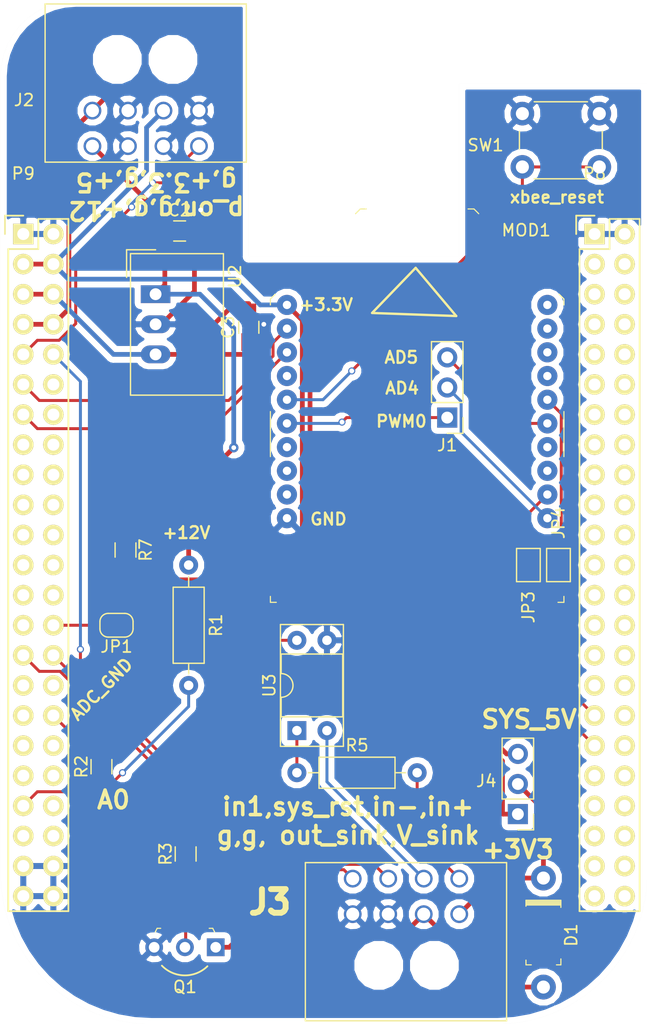
<source format=kicad_pcb>
(kicad_pcb (version 20171130) (host pcbnew 5.0.0-fee4fd1~66~ubuntu18.04.1)

  (general
    (thickness 1.6)
    (drawings 27)
    (tracks 168)
    (zones 0)
    (modules 22)
    (nets 107)
  )

  (page A4)
  (layers
    (0 F.Cu signal)
    (31 B.Cu signal)
    (32 B.Adhes user)
    (33 F.Adhes user)
    (34 B.Paste user)
    (35 F.Paste user)
    (36 B.SilkS user hide)
    (37 F.SilkS user)
    (38 B.Mask user)
    (39 F.Mask user)
    (40 Dwgs.User user)
    (41 Cmts.User user hide)
    (42 Eco1.User user hide)
    (43 Eco2.User user hide)
    (44 Edge.Cuts user)
    (45 Margin user hide)
    (46 B.CrtYd user hide)
    (47 F.CrtYd user)
    (48 B.Fab user hide)
    (49 F.Fab user hide)
  )

  (setup
    (last_trace_width 0.25)
    (trace_clearance 0.2)
    (zone_clearance 0.508)
    (zone_45_only no)
    (trace_min 0.1)
    (segment_width 0.2)
    (edge_width 0.00254)
    (via_size 0.6)
    (via_drill 0.4)
    (via_min_size 0.4)
    (via_min_drill 0.3)
    (uvia_size 0.3)
    (uvia_drill 0.1)
    (uvias_allowed no)
    (uvia_min_size 0.2)
    (uvia_min_drill 0.1)
    (pcb_text_width 0.3)
    (pcb_text_size 1.5 1.5)
    (mod_edge_width 0.15)
    (mod_text_size 1 1)
    (mod_text_width 0.15)
    (pad_size 1.7272 1.7272)
    (pad_drill 1.016)
    (pad_to_mask_clearance 0)
    (aux_axis_origin 0 0)
    (grid_origin 116.3701 62.3824)
    (visible_elements 7FFFFFFF)
    (pcbplotparams
      (layerselection 0x010e0_ffffffff)
      (usegerberextensions true)
      (usegerberattributes false)
      (usegerberadvancedattributes false)
      (creategerberjobfile false)
      (excludeedgelayer true)
      (linewidth 0.100000)
      (plotframeref false)
      (viasonmask false)
      (mode 1)
      (useauxorigin false)
      (hpglpennumber 1)
      (hpglpenspeed 20)
      (hpglpendiameter 15.000000)
      (psnegative false)
      (psa4output false)
      (plotreference true)
      (plotvalue true)
      (plotinvisibletext false)
      (padsonsilk false)
      (subtractmaskfromsilk false)
      (outputformat 1)
      (mirror false)
      (drillshape 0)
      (scaleselection 1)
      (outputdirectory "cape_pcb_plot/"))
  )

  (net 0 "")
  (net 1 +3V3)
  (net 2 +5V)
  (net 3 SYS_5V)
  (net 4 PWR_BUT)
  (net 5 SYS_RESETN)
  (net 6 GNDA_ADC)
  (net 7 +12V)
  (net 8 "Net-(D1-PadA)")
  (net 9 "Net-(D1-PadK)")
  (net 10 "Net-(J1-Pad3)")
  (net 11 "Net-(J1-Pad2)")
  (net 12 "Net-(J1-Pad1)")
  (net 13 IN0)
  (net 14 "Net-(JP1-Pad1)")
  (net 15 IN1)
  (net 16 "Net-(JP3-Pad1)")
  (net 17 UART4_CTS)
  (net 18 UART4_RTS)
  (net 19 "Net-(JP4-Pad1)")
  (net 20 UART4_RXD)
  (net 21 UART4_TXD)
  (net 22 "Net-(MOD1-Pad5)")
  (net 23 OUT0)
  (net 24 A0)
  (net 25 "Net-(Q1-Pad2)")
  (net 26 "Net-(R5-Pad1)")
  (net 27 /in1+)
  (net 28 /in1-)
  (net 29 GNDD)
  (net 30 "Net-(MOD1-Pad4)")
  (net 31 "Net-(MOD1-Pad7)")
  (net 32 "Net-(MOD1-Pad8)")
  (net 33 "Net-(MOD1-Pad9)")
  (net 34 "Net-(MOD1-Pad13)")
  (net 35 "Net-(MOD1-Pad14)")
  (net 36 "Net-(MOD1-Pad17)")
  (net 37 "Net-(MOD1-Pad18)")
  (net 38 "Net-(MOD1-Pad19)")
  (net 39 "Net-(MOD1-Pad20)")
  (net 40 "Net-(P8-Pad3)")
  (net 41 "Net-(P8-Pad4)")
  (net 42 "Net-(P8-Pad5)")
  (net 43 "Net-(P8-Pad6)")
  (net 44 "Net-(P8-Pad7)")
  (net 45 "Net-(P8-Pad8)")
  (net 46 "Net-(P8-Pad9)")
  (net 47 "Net-(P8-Pad10)")
  (net 48 "Net-(P8-Pad11)")
  (net 49 "Net-(P8-Pad12)")
  (net 50 "Net-(P8-Pad13)")
  (net 51 "Net-(P8-Pad14)")
  (net 52 "Net-(P8-Pad15)")
  (net 53 "Net-(P8-Pad16)")
  (net 54 "Net-(P8-Pad17)")
  (net 55 "Net-(P8-Pad18)")
  (net 56 "Net-(P8-Pad19)")
  (net 57 "Net-(P8-Pad20)")
  (net 58 "Net-(P8-Pad21)")
  (net 59 "Net-(P8-Pad22)")
  (net 60 "Net-(P8-Pad23)")
  (net 61 "Net-(P8-Pad24)")
  (net 62 "Net-(P8-Pad25)")
  (net 63 "Net-(P8-Pad26)")
  (net 64 "Net-(P8-Pad27)")
  (net 65 "Net-(P8-Pad28)")
  (net 66 "Net-(P8-Pad29)")
  (net 67 "Net-(P8-Pad30)")
  (net 68 "Net-(P8-Pad31)")
  (net 69 "Net-(P8-Pad32)")
  (net 70 "Net-(P8-Pad34)")
  (net 71 "Net-(P8-Pad36)")
  (net 72 "Net-(P8-Pad37)")
  (net 73 "Net-(P8-Pad38)")
  (net 74 "Net-(P8-Pad39)")
  (net 75 "Net-(P8-Pad40)")
  (net 76 "Net-(P8-Pad41)")
  (net 77 "Net-(P8-Pad42)")
  (net 78 "Net-(P8-Pad43)")
  (net 79 "Net-(P8-Pad44)")
  (net 80 "Net-(P8-Pad45)")
  (net 81 "Net-(P8-Pad46)")
  (net 82 "Net-(P9-Pad12)")
  (net 83 "Net-(P9-Pad14)")
  (net 84 "Net-(P9-Pad15)")
  (net 85 "Net-(P9-Pad16)")
  (net 86 "Net-(P9-Pad17)")
  (net 87 "Net-(P9-Pad18)")
  (net 88 "Net-(P9-Pad19)")
  (net 89 "Net-(P9-Pad20)")
  (net 90 "Net-(P9-Pad21)")
  (net 91 "Net-(P9-Pad22)")
  (net 92 "Net-(P9-Pad23)")
  (net 93 "Net-(P9-Pad24)")
  (net 94 "Net-(P9-Pad25)")
  (net 95 "Net-(P9-Pad26)")
  (net 96 "Net-(P9-Pad27)")
  (net 97 "Net-(P9-Pad31)")
  (net 98 +1V8)
  (net 99 "Net-(P9-Pad33)")
  (net 100 "Net-(P9-Pad35)")
  (net 101 "Net-(P9-Pad36)")
  (net 102 "Net-(P9-Pad37)")
  (net 103 "Net-(P9-Pad38)")
  (net 104 "Net-(P9-Pad40)")
  (net 105 "Net-(P9-Pad41)")
  (net 106 "Net-(P9-Pad42)")

  (net_class Default "To jest domyślna klasa połączeń."
    (clearance 0.2)
    (trace_width 0.25)
    (via_dia 0.6)
    (via_drill 0.4)
    (uvia_dia 0.3)
    (uvia_drill 0.1)
    (add_net +1V8)
    (add_net /in1+)
    (add_net /in1-)
    (add_net A0)
    (add_net GNDA_ADC)
    (add_net IN0)
    (add_net IN1)
    (add_net "Net-(D1-PadA)")
    (add_net "Net-(D1-PadK)")
    (add_net "Net-(J1-Pad1)")
    (add_net "Net-(J1-Pad2)")
    (add_net "Net-(J1-Pad3)")
    (add_net "Net-(JP1-Pad1)")
    (add_net "Net-(JP3-Pad1)")
    (add_net "Net-(JP4-Pad1)")
    (add_net "Net-(MOD1-Pad13)")
    (add_net "Net-(MOD1-Pad14)")
    (add_net "Net-(MOD1-Pad17)")
    (add_net "Net-(MOD1-Pad18)")
    (add_net "Net-(MOD1-Pad19)")
    (add_net "Net-(MOD1-Pad20)")
    (add_net "Net-(MOD1-Pad4)")
    (add_net "Net-(MOD1-Pad5)")
    (add_net "Net-(MOD1-Pad7)")
    (add_net "Net-(MOD1-Pad8)")
    (add_net "Net-(MOD1-Pad9)")
    (add_net "Net-(P8-Pad10)")
    (add_net "Net-(P8-Pad11)")
    (add_net "Net-(P8-Pad12)")
    (add_net "Net-(P8-Pad13)")
    (add_net "Net-(P8-Pad14)")
    (add_net "Net-(P8-Pad15)")
    (add_net "Net-(P8-Pad16)")
    (add_net "Net-(P8-Pad17)")
    (add_net "Net-(P8-Pad18)")
    (add_net "Net-(P8-Pad19)")
    (add_net "Net-(P8-Pad20)")
    (add_net "Net-(P8-Pad21)")
    (add_net "Net-(P8-Pad22)")
    (add_net "Net-(P8-Pad23)")
    (add_net "Net-(P8-Pad24)")
    (add_net "Net-(P8-Pad25)")
    (add_net "Net-(P8-Pad26)")
    (add_net "Net-(P8-Pad27)")
    (add_net "Net-(P8-Pad28)")
    (add_net "Net-(P8-Pad29)")
    (add_net "Net-(P8-Pad3)")
    (add_net "Net-(P8-Pad30)")
    (add_net "Net-(P8-Pad31)")
    (add_net "Net-(P8-Pad32)")
    (add_net "Net-(P8-Pad34)")
    (add_net "Net-(P8-Pad36)")
    (add_net "Net-(P8-Pad37)")
    (add_net "Net-(P8-Pad38)")
    (add_net "Net-(P8-Pad39)")
    (add_net "Net-(P8-Pad4)")
    (add_net "Net-(P8-Pad40)")
    (add_net "Net-(P8-Pad41)")
    (add_net "Net-(P8-Pad42)")
    (add_net "Net-(P8-Pad43)")
    (add_net "Net-(P8-Pad44)")
    (add_net "Net-(P8-Pad45)")
    (add_net "Net-(P8-Pad46)")
    (add_net "Net-(P8-Pad5)")
    (add_net "Net-(P8-Pad6)")
    (add_net "Net-(P8-Pad7)")
    (add_net "Net-(P8-Pad8)")
    (add_net "Net-(P8-Pad9)")
    (add_net "Net-(P9-Pad12)")
    (add_net "Net-(P9-Pad14)")
    (add_net "Net-(P9-Pad15)")
    (add_net "Net-(P9-Pad16)")
    (add_net "Net-(P9-Pad17)")
    (add_net "Net-(P9-Pad18)")
    (add_net "Net-(P9-Pad19)")
    (add_net "Net-(P9-Pad20)")
    (add_net "Net-(P9-Pad21)")
    (add_net "Net-(P9-Pad22)")
    (add_net "Net-(P9-Pad23)")
    (add_net "Net-(P9-Pad24)")
    (add_net "Net-(P9-Pad25)")
    (add_net "Net-(P9-Pad26)")
    (add_net "Net-(P9-Pad27)")
    (add_net "Net-(P9-Pad31)")
    (add_net "Net-(P9-Pad33)")
    (add_net "Net-(P9-Pad35)")
    (add_net "Net-(P9-Pad36)")
    (add_net "Net-(P9-Pad37)")
    (add_net "Net-(P9-Pad38)")
    (add_net "Net-(P9-Pad40)")
    (add_net "Net-(P9-Pad41)")
    (add_net "Net-(P9-Pad42)")
    (add_net "Net-(Q1-Pad2)")
    (add_net "Net-(R5-Pad1)")
    (add_net OUT0)
    (add_net PWR_BUT)
    (add_net SYS_RESETN)
    (add_net UART4_CTS)
    (add_net UART4_RTS)
    (add_net UART4_RXD)
    (add_net UART4_TXD)
  )

  (net_class pwr ""
    (clearance 0.25)
    (trace_width 0.4)
    (via_dia 0.8)
    (via_drill 0.4)
    (uvia_dia 0.3)
    (uvia_drill 0.1)
    (add_net +12V)
    (add_net +3V3)
    (add_net +5V)
    (add_net GNDD)
    (add_net SYS_5V)
  )

  (net_class signal ""
    (clearance 0.1)
    (trace_width 0.1)
    (via_dia 0.6)
    (via_drill 0.4)
    (uvia_dia 0.3)
    (uvia_drill 0.1)
  )

  (module Connectors_Molex:Molex_Microfit3_Header_02x04_Angled_43045-080x (layer F.Cu) (tedit 5B97F6A9) (tstamp 5B992676)
    (at 153.2001 119.7864)
    (descr "Microfit3 angled 02x04 43045-0800")
    (tags "connector Microfit 02x04 angled 3mm pitch")
    (path /5BB64CEC)
    (fp_text reference J3 (at -16.002 -1.016) (layer F.SilkS)
      (effects (font (size 2 2) (thickness 0.5)))
    )
    (fp_text value Conn_01x08 (at -4.5 -6.604) (layer F.Fab)
      (effects (font (size 1 1) (thickness 0.15)))
    )
    (fp_line (start 4 9) (end -13 9) (layer F.SilkS) (width 0.12))
    (fp_line (start 4 -4.35) (end 4 9) (layer F.SilkS) (width 0.12))
    (fp_line (start -13 -4.35) (end 4 -4.35) (layer F.SilkS) (width 0.12))
    (fp_line (start -13 9) (end -13 -4.35) (layer F.SilkS) (width 0.12))
    (fp_line (start 4.2 -4.55) (end -13.2 -4.55) (layer F.CrtYd) (width 0.05))
    (fp_line (start 4.2 9.2) (end 4.2 -4.55) (layer F.CrtYd) (width 0.05))
    (fp_line (start -13.2 9.2) (end 4.2 9.2) (layer F.CrtYd) (width 0.05))
    (fp_line (start -13.2 -4.55) (end -13.2 9.2) (layer F.CrtYd) (width 0.05))
    (pad "" np_thru_hole circle (at -6.8 4.32) (size 3.1 3.1) (drill 3.1) (layers *.Cu *.Mask))
    (pad 4 thru_hole circle (at -9 0) (size 1.5 1.5) (drill 1.1) (layers *.Cu *.Mask)
      (net 29 GNDD))
    (pad 8 thru_hole circle (at -9 -3) (size 1.5 1.5) (drill 1.1) (layers *.Cu *.Mask)
      (net 15 IN1))
    (pad 3 thru_hole circle (at -6 0) (size 1.5 1.5) (drill 1.1) (layers *.Cu *.Mask)
      (net 29 GNDD))
    (pad 7 thru_hole circle (at -6 -3) (size 1.5 1.5) (drill 1.1) (layers *.Cu *.Mask)
      (net 5 SYS_RESETN))
    (pad 6 thru_hole circle (at -3 -3) (size 1.5 1.5) (drill 1.1) (layers *.Cu *.Mask)
      (net 28 /in1-))
    (pad 2 thru_hole circle (at -3 0) (size 1.5 1.5) (drill 1.1) (layers *.Cu *.Mask)
      (net 8 "Net-(D1-PadA)"))
    (pad 1 thru_hole circle (at 0 0) (size 1.5 1.5) (drill 1.1) (layers *.Cu *.Mask)
      (net 9 "Net-(D1-PadK)"))
    (pad 5 thru_hole circle (at 0 -3) (size 1.5 1.5) (drill 1.1) (layers *.Cu *.Mask)
      (net 27 /in1+))
    (pad "" np_thru_hole circle (at -2.1 4.32) (size 3.1 3.1) (drill 3.1) (layers *.Cu *.Mask))
    (model ${KISYS3DMOD}/Connectors_Molex.3dshapes/Molex_Microfit3_Header_02x04_Angled_43045-080x.wrl
      (at (xyz 0 0 0))
      (scale (xyz 1 1 1))
      (rotate (xyz 0 0 0))
    )
  )

  (module Housings_DIP:DIP-4_W7.62mm_Socket (layer F.Cu) (tedit 59C78D6B) (tstamp 5B98E6CF)
    (at 139.4841 104.2924 90)
    (descr "4-lead though-hole mounted DIP package, row spacing 7.62 mm (300 mils), Socket")
    (tags "THT DIP DIL PDIP 2.54mm 7.62mm 300mil Socket")
    (path /5BA26996)
    (fp_text reference U3 (at 3.81 -2.33 90) (layer F.SilkS)
      (effects (font (size 1 1) (thickness 0.15)))
    )
    (fp_text value TLP627 (at 3.81 4.87 90) (layer F.Fab)
      (effects (font (size 1 1) (thickness 0.15)))
    )
    (fp_arc (start 3.81 -1.33) (end 2.81 -1.33) (angle -180) (layer F.SilkS) (width 0.12))
    (fp_line (start 1.635 -1.27) (end 6.985 -1.27) (layer F.Fab) (width 0.1))
    (fp_line (start 6.985 -1.27) (end 6.985 3.81) (layer F.Fab) (width 0.1))
    (fp_line (start 6.985 3.81) (end 0.635 3.81) (layer F.Fab) (width 0.1))
    (fp_line (start 0.635 3.81) (end 0.635 -0.27) (layer F.Fab) (width 0.1))
    (fp_line (start 0.635 -0.27) (end 1.635 -1.27) (layer F.Fab) (width 0.1))
    (fp_line (start -1.27 -1.33) (end -1.27 3.87) (layer F.Fab) (width 0.1))
    (fp_line (start -1.27 3.87) (end 8.89 3.87) (layer F.Fab) (width 0.1))
    (fp_line (start 8.89 3.87) (end 8.89 -1.33) (layer F.Fab) (width 0.1))
    (fp_line (start 8.89 -1.33) (end -1.27 -1.33) (layer F.Fab) (width 0.1))
    (fp_line (start 2.81 -1.33) (end 1.16 -1.33) (layer F.SilkS) (width 0.12))
    (fp_line (start 1.16 -1.33) (end 1.16 3.87) (layer F.SilkS) (width 0.12))
    (fp_line (start 1.16 3.87) (end 6.46 3.87) (layer F.SilkS) (width 0.12))
    (fp_line (start 6.46 3.87) (end 6.46 -1.33) (layer F.SilkS) (width 0.12))
    (fp_line (start 6.46 -1.33) (end 4.81 -1.33) (layer F.SilkS) (width 0.12))
    (fp_line (start -1.33 -1.39) (end -1.33 3.93) (layer F.SilkS) (width 0.12))
    (fp_line (start -1.33 3.93) (end 8.95 3.93) (layer F.SilkS) (width 0.12))
    (fp_line (start 8.95 3.93) (end 8.95 -1.39) (layer F.SilkS) (width 0.12))
    (fp_line (start 8.95 -1.39) (end -1.33 -1.39) (layer F.SilkS) (width 0.12))
    (fp_line (start -1.55 -1.6) (end -1.55 4.15) (layer F.CrtYd) (width 0.05))
    (fp_line (start -1.55 4.15) (end 9.15 4.15) (layer F.CrtYd) (width 0.05))
    (fp_line (start 9.15 4.15) (end 9.15 -1.6) (layer F.CrtYd) (width 0.05))
    (fp_line (start 9.15 -1.6) (end -1.55 -1.6) (layer F.CrtYd) (width 0.05))
    (fp_text user %R (at 3.048 2.032 90) (layer F.Fab)
      (effects (font (size 1 1) (thickness 0.15)))
    )
    (pad 1 thru_hole rect (at 0 0 90) (size 1.6 1.6) (drill 0.8) (layers *.Cu *.Mask)
      (net 26 "Net-(R5-Pad1)"))
    (pad 3 thru_hole oval (at 7.62 2.54 90) (size 1.6 1.6) (drill 0.8) (layers *.Cu *.Mask)
      (net 29 GNDD))
    (pad 2 thru_hole oval (at 0 2.54 90) (size 1.6 1.6) (drill 0.8) (layers *.Cu *.Mask)
      (net 28 /in1-))
    (pad 4 thru_hole oval (at 7.62 0 90) (size 1.6 1.6) (drill 0.8) (layers *.Cu *.Mask)
      (net 14 "Net-(JP1-Pad1)"))
    (model ${KISYS3DMOD}/Housings_DIP.3dshapes/DIP-4_W7.62mm_Socket.wrl
      (at (xyz 0 0 0))
      (scale (xyz 1 1 1))
      (rotate (xyz 0 0 0))
    )
  )

  (module Socket_BeagleBone_Black:Socket_BeagleBone_Black (layer F.Cu) (tedit 0) (tstamp 55DF7748)
    (at 116.3701 62.3824)
    (descr "Through hole pin header")
    (tags "pin header")
    (path /55DF7DBA)
    (fp_text reference P9 (at 0 -5.1) (layer F.SilkS)
      (effects (font (size 1 1) (thickness 0.15)))
    )
    (fp_text value BeagleBone_Black_Header (at 0 -3.1) (layer F.Fab)
      (effects (font (size 1 1) (thickness 0.15)))
    )
    (fp_line (start -1.75 -1.75) (end -1.75 57.65) (layer F.CrtYd) (width 0.05))
    (fp_line (start 4.3 -1.75) (end 4.3 57.65) (layer F.CrtYd) (width 0.05))
    (fp_line (start -1.75 -1.75) (end 4.3 -1.75) (layer F.CrtYd) (width 0.05))
    (fp_line (start -1.75 57.65) (end 4.3 57.65) (layer F.CrtYd) (width 0.05))
    (fp_line (start 3.81 57.15) (end 3.81 -1.27) (layer F.SilkS) (width 0.15))
    (fp_line (start -1.27 57.15) (end -1.27 1.27) (layer F.SilkS) (width 0.15))
    (fp_line (start 3.81 57.15) (end -1.27 57.15) (layer F.SilkS) (width 0.15))
    (fp_line (start 3.81 -1.27) (end 1.27 -1.27) (layer F.SilkS) (width 0.15))
    (fp_line (start 0 -1.55) (end -1.55 -1.55) (layer F.SilkS) (width 0.15))
    (fp_line (start 1.27 -1.27) (end 1.27 1.27) (layer F.SilkS) (width 0.15))
    (fp_line (start 1.27 1.27) (end -1.27 1.27) (layer F.SilkS) (width 0.15))
    (fp_line (start -1.55 -1.55) (end -1.55 0) (layer F.SilkS) (width 0.15))
    (pad 1 thru_hole rect (at 0 0) (size 1.7272 1.7272) (drill 1.016) (layers *.Cu *.Mask F.SilkS)
      (net 29 GNDD))
    (pad 2 thru_hole oval (at 2.54 0) (size 1.7272 1.7272) (drill 1.016) (layers *.Cu *.Mask F.SilkS)
      (net 29 GNDD))
    (pad 3 thru_hole oval (at 0 2.54) (size 1.7272 1.7272) (drill 1.016) (layers *.Cu *.Mask F.SilkS)
      (net 1 +3V3))
    (pad 4 thru_hole oval (at 2.54 2.54) (size 1.7272 1.7272) (drill 1.016) (layers *.Cu *.Mask F.SilkS)
      (net 1 +3V3))
    (pad 5 thru_hole oval (at 0 5.08) (size 1.7272 1.7272) (drill 1.016) (layers *.Cu *.Mask F.SilkS)
      (net 2 +5V))
    (pad 6 thru_hole oval (at 2.54 5.08) (size 1.7272 1.7272) (drill 1.016) (layers *.Cu *.Mask F.SilkS)
      (net 2 +5V))
    (pad 7 thru_hole oval (at 0 7.62) (size 1.7272 1.7272) (drill 1.016) (layers *.Cu *.Mask F.SilkS)
      (net 3 SYS_5V))
    (pad 8 thru_hole oval (at 2.54 7.62) (size 1.7272 1.7272) (drill 1.016) (layers *.Cu *.Mask F.SilkS)
      (net 3 SYS_5V))
    (pad 9 thru_hole oval (at 0 10.16) (size 1.7272 1.7272) (drill 1.016) (layers *.Cu *.Mask F.SilkS)
      (net 4 PWR_BUT))
    (pad 10 thru_hole oval (at 2.54 10.16) (size 1.7272 1.7272) (drill 1.016) (layers *.Cu *.Mask F.SilkS)
      (net 5 SYS_RESETN))
    (pad 11 thru_hole oval (at 0 12.7) (size 1.7272 1.7272) (drill 1.016) (layers *.Cu *.Mask F.SilkS)
      (net 20 UART4_RXD))
    (pad 12 thru_hole oval (at 2.54 12.7) (size 1.7272 1.7272) (drill 1.016) (layers *.Cu *.Mask F.SilkS)
      (net 82 "Net-(P9-Pad12)"))
    (pad 13 thru_hole oval (at 0 15.24) (size 1.7272 1.7272) (drill 1.016) (layers *.Cu *.Mask F.SilkS)
      (net 21 UART4_TXD))
    (pad 14 thru_hole oval (at 2.54 15.24) (size 1.7272 1.7272) (drill 1.016) (layers *.Cu *.Mask F.SilkS)
      (net 83 "Net-(P9-Pad14)"))
    (pad 15 thru_hole oval (at 0 17.78) (size 1.7272 1.7272) (drill 1.016) (layers *.Cu *.Mask F.SilkS)
      (net 84 "Net-(P9-Pad15)"))
    (pad 16 thru_hole oval (at 2.54 17.78) (size 1.7272 1.7272) (drill 1.016) (layers *.Cu *.Mask F.SilkS)
      (net 85 "Net-(P9-Pad16)"))
    (pad 17 thru_hole oval (at 0 20.32) (size 1.7272 1.7272) (drill 1.016) (layers *.Cu *.Mask F.SilkS)
      (net 86 "Net-(P9-Pad17)"))
    (pad 18 thru_hole oval (at 2.54 20.32) (size 1.7272 1.7272) (drill 1.016) (layers *.Cu *.Mask F.SilkS)
      (net 87 "Net-(P9-Pad18)"))
    (pad 19 thru_hole oval (at 0 22.86) (size 1.7272 1.7272) (drill 1.016) (layers *.Cu *.Mask F.SilkS)
      (net 88 "Net-(P9-Pad19)"))
    (pad 20 thru_hole oval (at 2.54 22.86) (size 1.7272 1.7272) (drill 1.016) (layers *.Cu *.Mask F.SilkS)
      (net 89 "Net-(P9-Pad20)"))
    (pad 21 thru_hole oval (at 0 25.4) (size 1.7272 1.7272) (drill 1.016) (layers *.Cu *.Mask F.SilkS)
      (net 90 "Net-(P9-Pad21)"))
    (pad 22 thru_hole oval (at 2.54 25.4) (size 1.7272 1.7272) (drill 1.016) (layers *.Cu *.Mask F.SilkS)
      (net 91 "Net-(P9-Pad22)"))
    (pad 23 thru_hole oval (at 0 27.94) (size 1.7272 1.7272) (drill 1.016) (layers *.Cu *.Mask F.SilkS)
      (net 92 "Net-(P9-Pad23)"))
    (pad 24 thru_hole oval (at 2.54 27.94) (size 1.7272 1.7272) (drill 1.016) (layers *.Cu *.Mask F.SilkS)
      (net 93 "Net-(P9-Pad24)"))
    (pad 25 thru_hole oval (at 0 30.48) (size 1.7272 1.7272) (drill 1.016) (layers *.Cu *.Mask F.SilkS)
      (net 94 "Net-(P9-Pad25)"))
    (pad 26 thru_hole oval (at 2.54 30.48) (size 1.7272 1.7272) (drill 1.016) (layers *.Cu *.Mask F.SilkS)
      (net 95 "Net-(P9-Pad26)"))
    (pad 27 thru_hole oval (at 0 33.02) (size 1.7272 1.7272) (drill 1.016) (layers *.Cu *.Mask F.SilkS)
      (net 96 "Net-(P9-Pad27)"))
    (pad 28 thru_hole oval (at 2.54 33.02) (size 1.7272 1.7272) (drill 1.016) (layers *.Cu *.Mask F.SilkS)
      (net 13 IN0))
    (pad 29 thru_hole oval (at 0 35.56) (size 1.7272 1.7272) (drill 1.016) (layers *.Cu *.Mask F.SilkS)
      (net 23 OUT0))
    (pad 30 thru_hole oval (at 2.54 35.56) (size 1.7272 1.7272) (drill 1.016) (layers *.Cu *.Mask F.SilkS)
      (net 15 IN1))
    (pad 31 thru_hole oval (at 0 38.1) (size 1.7272 1.7272) (drill 1.016) (layers *.Cu *.Mask F.SilkS)
      (net 97 "Net-(P9-Pad31)"))
    (pad 32 thru_hole oval (at 2.54 38.1) (size 1.7272 1.7272) (drill 1.016) (layers *.Cu *.Mask F.SilkS)
      (net 98 +1V8))
    (pad 33 thru_hole oval (at 0 40.64) (size 1.7272 1.7272) (drill 1.016) (layers *.Cu *.Mask F.SilkS)
      (net 99 "Net-(P9-Pad33)"))
    (pad 34 thru_hole oval (at 2.54 40.64) (size 1.7272 1.7272) (drill 1.016) (layers *.Cu *.Mask F.SilkS)
      (net 6 GNDA_ADC))
    (pad 35 thru_hole oval (at 0 43.18) (size 1.7272 1.7272) (drill 1.016) (layers *.Cu *.Mask F.SilkS)
      (net 100 "Net-(P9-Pad35)"))
    (pad 36 thru_hole oval (at 2.54 43.18) (size 1.7272 1.7272) (drill 1.016) (layers *.Cu *.Mask F.SilkS)
      (net 101 "Net-(P9-Pad36)"))
    (pad 37 thru_hole oval (at 0 45.72) (size 1.7272 1.7272) (drill 1.016) (layers *.Cu *.Mask F.SilkS)
      (net 102 "Net-(P9-Pad37)"))
    (pad 38 thru_hole oval (at 2.54 45.72) (size 1.7272 1.7272) (drill 1.016) (layers *.Cu *.Mask F.SilkS)
      (net 103 "Net-(P9-Pad38)"))
    (pad 39 thru_hole oval (at 0 48.26) (size 1.7272 1.7272) (drill 1.016) (layers *.Cu *.Mask F.SilkS)
      (net 24 A0))
    (pad 40 thru_hole oval (at 2.54 48.26) (size 1.7272 1.7272) (drill 1.016) (layers *.Cu *.Mask F.SilkS)
      (net 104 "Net-(P9-Pad40)"))
    (pad 41 thru_hole oval (at 0 50.8) (size 1.7272 1.7272) (drill 1.016) (layers *.Cu *.Mask F.SilkS)
      (net 105 "Net-(P9-Pad41)"))
    (pad 42 thru_hole oval (at 2.54 50.8) (size 1.7272 1.7272) (drill 1.016) (layers *.Cu *.Mask F.SilkS)
      (net 106 "Net-(P9-Pad42)"))
    (pad 43 thru_hole oval (at 0 53.34) (size 1.7272 1.7272) (drill 1.016) (layers *.Cu *.Mask F.SilkS)
      (net 29 GNDD))
    (pad 44 thru_hole oval (at 2.54 53.34) (size 1.7272 1.7272) (drill 1.016) (layers *.Cu *.Mask F.SilkS)
      (net 29 GNDD))
    (pad 45 thru_hole oval (at 0 55.88) (size 1.7272 1.7272) (drill 1.016) (layers *.Cu *.Mask F.SilkS)
      (net 29 GNDD))
    (pad 46 thru_hole oval (at 2.54 55.88) (size 1.7272 1.7272) (drill 1.016) (layers *.Cu *.Mask F.SilkS)
      (net 29 GNDD))
    (model ${KIPRJMOD}/Socket_BeagleBone_Black.3dshapes/Socket_BeagleBone_Black.wrl
      (offset (xyz 1.269999980926514 -27.9399995803833 0))
      (scale (xyz 1 1 1))
      (rotate (xyz 0 0 90))
    )
  )

  (module digikey-footprints:XBEE_PRO-20_THT (layer F.Cu) (tedit 59947AD9) (tstamp 5B98E4CD)
    (at 149.6441 77.3684)
    (path /5B90B25A)
    (fp_text reference MOD1 (at 9.2075 -15.3035) (layer F.SilkS)
      (effects (font (size 1 1) (thickness 0.15)))
    )
    (fp_text value XBP24-DMSIT-250_LTB (at 0 17.78) (layer F.Fab)
      (effects (font (size 1 1) (thickness 0.15)))
    )
    (fp_text user %R (at 0 0) (layer F.Fab)
      (effects (font (size 1 1) (thickness 0.15)))
    )
    (fp_line (start -12.5 -17.25) (end 12.5 -17.25) (layer F.CrtYd) (width 0.05))
    (fp_line (start -12.5 16.25) (end 12.5 16.25) (layer F.CrtYd) (width 0.05))
    (fp_line (start 12.5 -17.25) (end 12.5 16.25) (layer F.CrtYd) (width 0.05))
    (fp_line (start -12.5 -17.25) (end -12.5 16.25) (layer F.CrtYd) (width 0.05))
    (fp_line (start 12.4 0) (end 12.4 3.8) (layer F.SilkS) (width 0.1))
    (fp_line (start -12.4 0) (end -12.4 3.8) (layer F.SilkS) (width 0.1))
    (fp_line (start 4.8 -17.1) (end 5.2 -16.7) (layer F.SilkS) (width 0.1))
    (fp_line (start 4.8 -17.1) (end 4.3 -17.1) (layer F.SilkS) (width 0.1))
    (fp_line (start -4.8 -17.1) (end -4.3 -17.1) (layer F.SilkS) (width 0.1))
    (fp_line (start -4.8 -17.1) (end -5.2 -16.7) (layer F.SilkS) (width 0.1))
    (fp_line (start 12.4 -9.5) (end 12.4 -9) (layer F.SilkS) (width 0.1))
    (fp_line (start 12.4 -9.5) (end 12 -9.9) (layer F.SilkS) (width 0.1))
    (fp_line (start -12.4 -9.5) (end -12 -9.9) (layer F.SilkS) (width 0.1))
    (fp_line (start -12.4 -9.5) (end -12.4 -9) (layer F.SilkS) (width 0.1))
    (fp_line (start -12.4 16.1) (end -12.4 15.6) (layer F.SilkS) (width 0.1))
    (fp_line (start -12.4 16.1) (end -11.9 16.1) (layer F.SilkS) (width 0.1))
    (fp_line (start 12.4 16.1) (end 12.4 15.6) (layer F.SilkS) (width 0.1))
    (fp_line (start 12.4 16.1) (end 11.9 16.1) (layer F.SilkS) (width 0.1))
    (fp_line (start -12.25 -9.5) (end -4.75 -17) (layer F.Fab) (width 0.1))
    (fp_line (start 4.75 -17) (end 12.25 -9.5) (layer F.Fab) (width 0.1))
    (fp_line (start -4.75 -17) (end 4.75 -17) (layer F.Fab) (width 0.1))
    (fp_line (start -12.25 16) (end 12.25 16) (layer F.Fab) (width 0.1))
    (fp_line (start 12.25 -9.5) (end 12.25 16) (layer F.Fab) (width 0.1))
    (fp_line (start -12.25 -9.5) (end -12.25 16) (layer F.Fab) (width 0.1))
    (pad 1 thru_hole circle (at -11 -9) (size 1.7 1.7) (drill 0.7) (layers *.Cu *.Mask)
      (net 1 +3V3))
    (pad 2 thru_hole circle (at -11 -7) (size 1.7 1.7) (drill 0.7) (layers *.Cu *.Mask)
      (net 20 UART4_RXD))
    (pad 3 thru_hole circle (at -11 -5) (size 1.7 1.7) (drill 0.7) (layers *.Cu *.Mask)
      (net 21 UART4_TXD))
    (pad 4 thru_hole circle (at -11 -3) (size 1.7 1.7) (drill 0.7) (layers *.Cu *.Mask)
      (net 30 "Net-(MOD1-Pad4)"))
    (pad 5 thru_hole circle (at -11 -1) (size 1.7 1.7) (drill 0.7) (layers *.Cu *.Mask)
      (net 22 "Net-(MOD1-Pad5)"))
    (pad 6 thru_hole circle (at -11 1) (size 1.7 1.7) (drill 0.7) (layers *.Cu *.Mask)
      (net 12 "Net-(J1-Pad1)"))
    (pad 7 thru_hole circle (at -11 3) (size 1.7 1.7) (drill 0.7) (layers *.Cu *.Mask)
      (net 31 "Net-(MOD1-Pad7)"))
    (pad 8 thru_hole circle (at -11 5) (size 1.7 1.7) (drill 0.7) (layers *.Cu *.Mask)
      (net 32 "Net-(MOD1-Pad8)"))
    (pad 9 thru_hole circle (at -11 7) (size 1.7 1.7) (drill 0.7) (layers *.Cu *.Mask)
      (net 33 "Net-(MOD1-Pad9)"))
    (pad 10 thru_hole circle (at -11 9) (size 1.7 1.7) (drill 0.7) (layers *.Cu *.Mask)
      (net 29 GNDD))
    (pad 11 thru_hole circle (at 11 9) (size 1.7 1.7) (drill 0.7) (layers *.Cu *.Mask)
      (net 11 "Net-(J1-Pad2)"))
    (pad 12 thru_hole circle (at 11 7) (size 1.7 1.7) (drill 0.7) (layers *.Cu *.Mask)
      (net 16 "Net-(JP3-Pad1)"))
    (pad 13 thru_hole circle (at 11 5) (size 1.7 1.7) (drill 0.7) (layers *.Cu *.Mask)
      (net 34 "Net-(MOD1-Pad13)"))
    (pad 14 thru_hole circle (at 11 3) (size 1.7 1.7) (drill 0.7) (layers *.Cu *.Mask)
      (net 35 "Net-(MOD1-Pad14)"))
    (pad 15 thru_hole circle (at 11 1) (size 1.7 1.7) (drill 0.7) (layers *.Cu *.Mask)
      (net 10 "Net-(J1-Pad3)"))
    (pad 16 thru_hole circle (at 11 -1) (size 1.7 1.7) (drill 0.7) (layers *.Cu *.Mask)
      (net 19 "Net-(JP4-Pad1)"))
    (pad 17 thru_hole circle (at 11 -3) (size 1.7 1.7) (drill 0.7) (layers *.Cu *.Mask)
      (net 36 "Net-(MOD1-Pad17)"))
    (pad 18 thru_hole circle (at 11 -5) (size 1.7 1.7) (drill 0.7) (layers *.Cu *.Mask)
      (net 37 "Net-(MOD1-Pad18)"))
    (pad 19 thru_hole circle (at 11 -7) (size 1.7 1.7) (drill 0.7) (layers *.Cu *.Mask)
      (net 38 "Net-(MOD1-Pad19)"))
    (pad 20 thru_hole circle (at 11 -9) (size 1.7 1.7) (drill 0.7) (layers *.Cu *.Mask)
      (net 39 "Net-(MOD1-Pad20)"))
  )

  (module digikey-footprints:DO-41 (layer F.Cu) (tedit 5AD0ADB9) (tstamp 5B98E876)
    (at 160.3121 116.7384 270)
    (path /5B9CECDA)
    (fp_text reference D1 (at 4.8133 -2.34696 270) (layer F.SilkS)
      (effects (font (size 1 1) (thickness 0.15)))
    )
    (fp_text value 1N4001-G (at 4.65074 2.47396 270) (layer F.Fab)
      (effects (font (size 1 1) (thickness 0.15)))
    )
    (fp_line (start 2.275 -1.475) (end 2.275 1.475) (layer F.SilkS) (width 0.1))
    (fp_line (start 2.175 -1.475) (end 2.175 1.475) (layer F.SilkS) (width 0.1))
    (fp_line (start 2.075 -1.475) (end 2.075 1.475) (layer F.SilkS) (width 0.1))
    (fp_line (start 1.975 -1.475) (end 1.975 1.475) (layer F.SilkS) (width 0.1))
    (fp_line (start 2 -1.35) (end 2 1.35) (layer F.Fab) (width 0.1))
    (fp_line (start 2 1.35) (end 7.2 1.35) (layer F.Fab) (width 0.1))
    (fp_line (start 7.2 -1.35) (end 7.2 1.35) (layer F.Fab) (width 0.1))
    (fp_line (start 7.2 -1.35) (end 2 -1.35) (layer F.Fab) (width 0.1))
    (fp_line (start 7.325 -1.475) (end 7.325 -1.1) (layer F.SilkS) (width 0.1))
    (fp_line (start 6.825 -1.475) (end 7.325 -1.475) (layer F.SilkS) (width 0.1))
    (fp_line (start 7.325 1.475) (end 6.925 1.475) (layer F.SilkS) (width 0.1))
    (fp_line (start 7.325 1.025) (end 7.325 1.475) (layer F.SilkS) (width 0.1))
    (fp_line (start 1.875 -1.475) (end 1.875 1.475) (layer F.SilkS) (width 0.1))
    (fp_line (start 2.475 -1.475) (end 1.875 -1.475) (layer F.SilkS) (width 0.1))
    (fp_line (start 1.875 1.475) (end 2.375 1.475) (layer F.SilkS) (width 0.1))
    (fp_text user %R (at 4.104999 -4.183001 270) (layer F.Fab)
      (effects (font (size 1 1) (thickness 0.15)))
    )
    (fp_line (start 10.5 -1.65) (end 10.5 1.65) (layer F.CrtYd) (width 0.05))
    (fp_line (start 10.5 1.65) (end -1.3 1.65) (layer F.CrtYd) (width 0.05))
    (fp_line (start 10.5 -1.65) (end -1.3 -1.65) (layer F.CrtYd) (width 0.05))
    (fp_line (start -1.3 -1.65) (end -1.3 1.65) (layer F.CrtYd) (width 0.05))
    (pad A thru_hole circle (at 9.2 0 270) (size 2.1 2.1) (drill 1.1) (layers *.Cu *.Mask)
      (net 8 "Net-(D1-PadA)"))
    (pad K thru_hole circle (at 0 0 270) (size 2.1 2.1) (drill 1.1) (layers *.Cu *.Mask)
      (net 9 "Net-(D1-PadK)"))
  )

  (module Socket_BeagleBone_Black:Socket_BeagleBone_Black (layer F.Cu) (tedit 55DF76F9) (tstamp 55DF7717)
    (at 164.6301 62.3824)
    (descr "Through hole pin header")
    (tags "pin header")
    (path /55DF7DE1)
    (fp_text reference P8 (at 0 -5.1) (layer F.SilkS)
      (effects (font (size 1 1) (thickness 0.15)))
    )
    (fp_text value BeagleBone_Black_Header (at 0 -3.1) (layer F.Fab)
      (effects (font (size 1 1) (thickness 0.15)))
    )
    (fp_line (start -1.75 -1.75) (end -1.75 57.65) (layer F.CrtYd) (width 0.05))
    (fp_line (start 4.3 -1.75) (end 4.3 57.65) (layer F.CrtYd) (width 0.05))
    (fp_line (start -1.75 -1.75) (end 4.3 -1.75) (layer F.CrtYd) (width 0.05))
    (fp_line (start -1.75 57.65) (end 4.3 57.65) (layer F.CrtYd) (width 0.05))
    (fp_line (start 3.81 57.15) (end 3.81 -1.27) (layer F.SilkS) (width 0.15))
    (fp_line (start -1.27 57.15) (end -1.27 1.27) (layer F.SilkS) (width 0.15))
    (fp_line (start 3.81 57.15) (end -1.27 57.15) (layer F.SilkS) (width 0.15))
    (fp_line (start 3.81 -1.27) (end 1.27 -1.27) (layer F.SilkS) (width 0.15))
    (fp_line (start 0 -1.55) (end -1.55 -1.55) (layer F.SilkS) (width 0.15))
    (fp_line (start 1.27 -1.27) (end 1.27 1.27) (layer F.SilkS) (width 0.15))
    (fp_line (start 1.27 1.27) (end -1.27 1.27) (layer F.SilkS) (width 0.15))
    (fp_line (start -1.55 -1.55) (end -1.55 0) (layer F.SilkS) (width 0.15))
    (pad 1 thru_hole rect (at 0 0) (size 1.7272 1.7272) (drill 1.016) (layers *.Cu *.Mask F.SilkS)
      (net 29 GNDD))
    (pad 2 thru_hole oval (at 2.54 0) (size 1.7272 1.7272) (drill 1.016) (layers *.Cu *.Mask F.SilkS)
      (net 29 GNDD))
    (pad 3 thru_hole oval (at 0 2.54) (size 1.7272 1.7272) (drill 1.016) (layers *.Cu *.Mask F.SilkS)
      (net 40 "Net-(P8-Pad3)"))
    (pad 4 thru_hole oval (at 2.54 2.54) (size 1.7272 1.7272) (drill 1.016) (layers *.Cu *.Mask F.SilkS)
      (net 41 "Net-(P8-Pad4)"))
    (pad 5 thru_hole oval (at 0 5.08) (size 1.7272 1.7272) (drill 1.016) (layers *.Cu *.Mask F.SilkS)
      (net 42 "Net-(P8-Pad5)"))
    (pad 6 thru_hole oval (at 2.54 5.08) (size 1.7272 1.7272) (drill 1.016) (layers *.Cu *.Mask F.SilkS)
      (net 43 "Net-(P8-Pad6)"))
    (pad 7 thru_hole oval (at 0 7.62) (size 1.7272 1.7272) (drill 1.016) (layers *.Cu *.Mask F.SilkS)
      (net 44 "Net-(P8-Pad7)"))
    (pad 8 thru_hole oval (at 2.54 7.62) (size 1.7272 1.7272) (drill 1.016) (layers *.Cu *.Mask F.SilkS)
      (net 45 "Net-(P8-Pad8)"))
    (pad 9 thru_hole oval (at 0 10.16) (size 1.7272 1.7272) (drill 1.016) (layers *.Cu *.Mask F.SilkS)
      (net 46 "Net-(P8-Pad9)"))
    (pad 10 thru_hole oval (at 2.54 10.16) (size 1.7272 1.7272) (drill 1.016) (layers *.Cu *.Mask F.SilkS)
      (net 47 "Net-(P8-Pad10)"))
    (pad 11 thru_hole oval (at 0 12.7) (size 1.7272 1.7272) (drill 1.016) (layers *.Cu *.Mask F.SilkS)
      (net 48 "Net-(P8-Pad11)"))
    (pad 12 thru_hole oval (at 2.54 12.7) (size 1.7272 1.7272) (drill 1.016) (layers *.Cu *.Mask F.SilkS)
      (net 49 "Net-(P8-Pad12)"))
    (pad 13 thru_hole oval (at 0 15.24) (size 1.7272 1.7272) (drill 1.016) (layers *.Cu *.Mask F.SilkS)
      (net 50 "Net-(P8-Pad13)"))
    (pad 14 thru_hole oval (at 2.54 15.24) (size 1.7272 1.7272) (drill 1.016) (layers *.Cu *.Mask F.SilkS)
      (net 51 "Net-(P8-Pad14)"))
    (pad 15 thru_hole oval (at 0 17.78) (size 1.7272 1.7272) (drill 1.016) (layers *.Cu *.Mask F.SilkS)
      (net 52 "Net-(P8-Pad15)"))
    (pad 16 thru_hole oval (at 2.54 17.78) (size 1.7272 1.7272) (drill 1.016) (layers *.Cu *.Mask F.SilkS)
      (net 53 "Net-(P8-Pad16)"))
    (pad 17 thru_hole oval (at 0 20.32) (size 1.7272 1.7272) (drill 1.016) (layers *.Cu *.Mask F.SilkS)
      (net 54 "Net-(P8-Pad17)"))
    (pad 18 thru_hole oval (at 2.54 20.32) (size 1.7272 1.7272) (drill 1.016) (layers *.Cu *.Mask F.SilkS)
      (net 55 "Net-(P8-Pad18)"))
    (pad 19 thru_hole oval (at 0 22.86) (size 1.7272 1.7272) (drill 1.016) (layers *.Cu *.Mask F.SilkS)
      (net 56 "Net-(P8-Pad19)"))
    (pad 20 thru_hole oval (at 2.54 22.86) (size 1.7272 1.7272) (drill 1.016) (layers *.Cu *.Mask F.SilkS)
      (net 57 "Net-(P8-Pad20)"))
    (pad 21 thru_hole oval (at 0 25.4) (size 1.7272 1.7272) (drill 1.016) (layers *.Cu *.Mask F.SilkS)
      (net 58 "Net-(P8-Pad21)"))
    (pad 22 thru_hole oval (at 2.54 25.4) (size 1.7272 1.7272) (drill 1.016) (layers *.Cu *.Mask F.SilkS)
      (net 59 "Net-(P8-Pad22)"))
    (pad 23 thru_hole oval (at 0 27.94) (size 1.7272 1.7272) (drill 1.016) (layers *.Cu *.Mask F.SilkS)
      (net 60 "Net-(P8-Pad23)"))
    (pad 24 thru_hole oval (at 2.54 27.94) (size 1.7272 1.7272) (drill 1.016) (layers *.Cu *.Mask F.SilkS)
      (net 61 "Net-(P8-Pad24)"))
    (pad 25 thru_hole oval (at 0 30.48) (size 1.7272 1.7272) (drill 1.016) (layers *.Cu *.Mask F.SilkS)
      (net 62 "Net-(P8-Pad25)"))
    (pad 26 thru_hole oval (at 2.54 30.48) (size 1.7272 1.7272) (drill 1.016) (layers *.Cu *.Mask F.SilkS)
      (net 63 "Net-(P8-Pad26)"))
    (pad 27 thru_hole oval (at 0 33.02) (size 1.7272 1.7272) (drill 1.016) (layers *.Cu *.Mask F.SilkS)
      (net 64 "Net-(P8-Pad27)"))
    (pad 28 thru_hole oval (at 2.54 33.02) (size 1.7272 1.7272) (drill 1.016) (layers *.Cu *.Mask F.SilkS)
      (net 65 "Net-(P8-Pad28)"))
    (pad 29 thru_hole oval (at 0 35.56) (size 1.7272 1.7272) (drill 1.016) (layers *.Cu *.Mask F.SilkS)
      (net 66 "Net-(P8-Pad29)"))
    (pad 30 thru_hole oval (at 2.54 35.56) (size 1.7272 1.7272) (drill 1.016) (layers *.Cu *.Mask F.SilkS)
      (net 67 "Net-(P8-Pad30)"))
    (pad 31 thru_hole oval (at 0 38.1) (size 1.7272 1.7272) (drill 1.016) (layers *.Cu *.Mask F.SilkS)
      (net 68 "Net-(P8-Pad31)"))
    (pad 32 thru_hole oval (at 2.54 38.1) (size 1.7272 1.7272) (drill 1.016) (layers *.Cu *.Mask F.SilkS)
      (net 69 "Net-(P8-Pad32)"))
    (pad 33 thru_hole oval (at 0 40.64) (size 1.7272 1.7272) (drill 1.016) (layers *.Cu *.Mask F.SilkS)
      (net 18 UART4_RTS))
    (pad 34 thru_hole oval (at 2.54 40.64) (size 1.7272 1.7272) (drill 1.016) (layers *.Cu *.Mask F.SilkS)
      (net 70 "Net-(P8-Pad34)"))
    (pad 35 thru_hole oval (at 0 43.18) (size 1.7272 1.7272) (drill 1.016) (layers *.Cu *.Mask F.SilkS)
      (net 17 UART4_CTS))
    (pad 36 thru_hole oval (at 2.54 43.18) (size 1.7272 1.7272) (drill 1.016) (layers *.Cu *.Mask F.SilkS)
      (net 71 "Net-(P8-Pad36)"))
    (pad 37 thru_hole oval (at 0 45.72) (size 1.7272 1.7272) (drill 1.016) (layers *.Cu *.Mask F.SilkS)
      (net 72 "Net-(P8-Pad37)"))
    (pad 38 thru_hole oval (at 2.54 45.72) (size 1.7272 1.7272) (drill 1.016) (layers *.Cu *.Mask F.SilkS)
      (net 73 "Net-(P8-Pad38)"))
    (pad 39 thru_hole oval (at 0 48.26) (size 1.7272 1.7272) (drill 1.016) (layers *.Cu *.Mask F.SilkS)
      (net 74 "Net-(P8-Pad39)"))
    (pad 40 thru_hole oval (at 2.54 48.26) (size 1.7272 1.7272) (drill 1.016) (layers *.Cu *.Mask F.SilkS)
      (net 75 "Net-(P8-Pad40)"))
    (pad 41 thru_hole oval (at 0 50.8) (size 1.7272 1.7272) (drill 1.016) (layers *.Cu *.Mask F.SilkS)
      (net 76 "Net-(P8-Pad41)"))
    (pad 42 thru_hole oval (at 2.54 50.8) (size 1.7272 1.7272) (drill 1.016) (layers *.Cu *.Mask F.SilkS)
      (net 77 "Net-(P8-Pad42)"))
    (pad 43 thru_hole oval (at 0 53.34) (size 1.7272 1.7272) (drill 1.016) (layers *.Cu *.Mask F.SilkS)
      (net 78 "Net-(P8-Pad43)"))
    (pad 44 thru_hole oval (at 2.54 53.34) (size 1.7272 1.7272) (drill 1.016) (layers *.Cu *.Mask F.SilkS)
      (net 79 "Net-(P8-Pad44)"))
    (pad 45 thru_hole oval (at 0 55.88) (size 1.7272 1.7272) (drill 1.016) (layers *.Cu *.Mask F.SilkS)
      (net 80 "Net-(P8-Pad45)"))
    (pad 46 thru_hole oval (at 2.54 55.88) (size 1.7272 1.7272) (drill 1.016) (layers *.Cu *.Mask F.SilkS)
      (net 81 "Net-(P8-Pad46)"))
    (model ${KIPRJMOD}/Socket_BeagleBone_Black.3dshapes/Socket_BeagleBone_Black.wrl
      (offset (xyz 1.269999980926514 -27.9399995803833 0))
      (scale (xyz 1 1 1))
      (rotate (xyz 0 0 90))
    )
  )

  (module Socket_Strips:Socket_Strip_Straight_1x03_Pitch2.54mm (layer F.Cu) (tedit 58CD5446) (tstamp 5B98E7D0)
    (at 152.1841 77.8764 180)
    (descr "Through hole straight socket strip, 1x03, 2.54mm pitch, single row")
    (tags "Through hole socket strip THT 1x03 2.54mm single row")
    (path /5BA6B97D)
    (fp_text reference J1 (at 0 -2.33 180) (layer F.SilkS)
      (effects (font (size 1 1) (thickness 0.15)))
    )
    (fp_text value Conn_01x03 (at 0 7.41 180) (layer F.Fab)
      (effects (font (size 1 1) (thickness 0.15)))
    )
    (fp_text user %R (at 0 -2.33 180) (layer F.Fab)
      (effects (font (size 1 1) (thickness 0.15)))
    )
    (fp_line (start 1.8 -1.8) (end -1.8 -1.8) (layer F.CrtYd) (width 0.05))
    (fp_line (start 1.8 6.85) (end 1.8 -1.8) (layer F.CrtYd) (width 0.05))
    (fp_line (start -1.8 6.85) (end 1.8 6.85) (layer F.CrtYd) (width 0.05))
    (fp_line (start -1.8 -1.8) (end -1.8 6.85) (layer F.CrtYd) (width 0.05))
    (fp_line (start -1.33 -1.33) (end 0 -1.33) (layer F.SilkS) (width 0.12))
    (fp_line (start -1.33 0) (end -1.33 -1.33) (layer F.SilkS) (width 0.12))
    (fp_line (start 1.33 1.27) (end -1.33 1.27) (layer F.SilkS) (width 0.12))
    (fp_line (start 1.33 6.41) (end 1.33 1.27) (layer F.SilkS) (width 0.12))
    (fp_line (start -1.33 6.41) (end 1.33 6.41) (layer F.SilkS) (width 0.12))
    (fp_line (start -1.33 1.27) (end -1.33 6.41) (layer F.SilkS) (width 0.12))
    (fp_line (start 1.27 -1.27) (end -1.27 -1.27) (layer F.Fab) (width 0.1))
    (fp_line (start 1.27 6.35) (end 1.27 -1.27) (layer F.Fab) (width 0.1))
    (fp_line (start -1.27 6.35) (end 1.27 6.35) (layer F.Fab) (width 0.1))
    (fp_line (start -1.27 -1.27) (end -1.27 6.35) (layer F.Fab) (width 0.1))
    (pad 3 thru_hole oval (at 0 5.08 180) (size 1.7 1.7) (drill 1) (layers *.Cu *.Mask)
      (net 10 "Net-(J1-Pad3)"))
    (pad 2 thru_hole oval (at 0 2.54 180) (size 1.7 1.7) (drill 1) (layers *.Cu *.Mask)
      (net 11 "Net-(J1-Pad2)"))
    (pad 1 thru_hole rect (at 0 0 180) (size 1.7 1.7) (drill 1) (layers *.Cu *.Mask)
      (net 12 "Net-(J1-Pad1)"))
    (model ${KISYS3DMOD}/Socket_Strips.3dshapes/Socket_Strip_Straight_1x03_Pitch2.54mm.wrl
      (offset (xyz 0 -2.539999961853027 0))
      (scale (xyz 1 1 1))
      (rotate (xyz 0 0 270))
    )
  )

  (module Jumper:SolderJumper-2_P1.3mm_Open_RoundedPad1.0x1.5mm (layer F.Cu) (tedit 5B391E66) (tstamp 5B98E8B9)
    (at 124.2441 95.4024 180)
    (descr "SMD Solder Jumper, 1x1.5mm, rounded Pads, 0.3mm gap, open")
    (tags "solder jumper open")
    (path /5BAA9BDB)
    (attr virtual)
    (fp_text reference JP1 (at 0 -1.8 180) (layer F.SilkS)
      (effects (font (size 1 1) (thickness 0.15)))
    )
    (fp_text value Jumper_2_Open (at 0 1.9 180) (layer F.Fab)
      (effects (font (size 1 1) (thickness 0.15)))
    )
    (fp_line (start 1.65 1.25) (end -1.65 1.25) (layer F.CrtYd) (width 0.05))
    (fp_line (start 1.65 1.25) (end 1.65 -1.25) (layer F.CrtYd) (width 0.05))
    (fp_line (start -1.65 -1.25) (end -1.65 1.25) (layer F.CrtYd) (width 0.05))
    (fp_line (start -1.65 -1.25) (end 1.65 -1.25) (layer F.CrtYd) (width 0.05))
    (fp_line (start -0.7 -1) (end 0.7 -1) (layer F.SilkS) (width 0.12))
    (fp_line (start 1.4 -0.3) (end 1.4 0.3) (layer F.SilkS) (width 0.12))
    (fp_line (start 0.7 1) (end -0.7 1) (layer F.SilkS) (width 0.12))
    (fp_line (start -1.4 0.3) (end -1.4 -0.3) (layer F.SilkS) (width 0.12))
    (fp_arc (start -0.7 -0.3) (end -0.7 -1) (angle -90) (layer F.SilkS) (width 0.12))
    (fp_arc (start -0.7 0.3) (end -1.4 0.3) (angle -90) (layer F.SilkS) (width 0.12))
    (fp_arc (start 0.7 0.3) (end 0.7 1) (angle -90) (layer F.SilkS) (width 0.12))
    (fp_arc (start 0.7 -0.3) (end 1.4 -0.3) (angle -90) (layer F.SilkS) (width 0.12))
    (pad 2 smd custom (at 0.65 0 180) (size 1 0.5) (layers F.Cu F.Mask)
      (net 13 IN0) (zone_connect 0)
      (options (clearance outline) (anchor rect))
      (primitives
        (gr_circle (center 0 0.25) (end 0.5 0.25) (width 0))
        (gr_circle (center 0 -0.25) (end 0.5 -0.25) (width 0))
        (gr_poly (pts
           (xy 0 -0.75) (xy -0.5 -0.75) (xy -0.5 0.75) (xy 0 0.75)) (width 0))
      ))
    (pad 1 smd custom (at -0.65 0 180) (size 1 0.5) (layers F.Cu F.Mask)
      (net 14 "Net-(JP1-Pad1)") (zone_connect 0)
      (options (clearance outline) (anchor rect))
      (primitives
        (gr_circle (center 0 0.25) (end 0.5 0.25) (width 0))
        (gr_circle (center 0 -0.25) (end 0.5 -0.25) (width 0))
        (gr_poly (pts
           (xy 0 -0.75) (xy 0.5 -0.75) (xy 0.5 0.75) (xy 0 0.75)) (width 0))
      ))
  )

  (module digikey-footprints:TO-92-3_Formed_Leads (layer F.Cu) (tedit 5AF4B307) (tstamp 5B98E761)
    (at 132.6261 122.5804 180)
    (descr http://www.ti.com/lit/ds/symlink/tl431a.pdf)
    (path /5B9B55DC)
    (fp_text reference Q1 (at 2.6 -3.35 180) (layer F.SilkS)
      (effects (font (size 1 1) (thickness 0.15)))
    )
    (fp_text value BC33740TA (at 2.6 2.5 180) (layer F.Fab)
      (effects (font (size 1 1) (thickness 0.15)))
    )
    (fp_text user %R (at 2.6 -1.25) (layer F.Fab)
      (effects (font (size 0.75 0.75) (thickness 0.15)))
    )
    (fp_line (start 0.25 1.6) (end 0.1 1.3) (layer F.SilkS) (width 0.1))
    (fp_line (start 0.55 1.6) (end 0.25 1.6) (layer F.SilkS) (width 0.1))
    (fp_line (start 4.95 1.6) (end 4.65 1.6) (layer F.SilkS) (width 0.1))
    (fp_line (start 4.95 1.6) (end 5.1 1.3) (layer F.SilkS) (width 0.1))
    (fp_line (start 6.2 1.75) (end 6.2 -2.5) (layer F.CrtYd) (width 0.05))
    (fp_line (start -1 1.75) (end -1 -2.5) (layer F.CrtYd) (width 0.05))
    (fp_line (start -1 1.7) (end 6.2 1.7) (layer F.CrtYd) (width 0.05))
    (fp_line (start -1 -2.5) (end 6.2 -2.5) (layer F.CrtYd) (width 0.05))
    (fp_arc (start 2.6 0.3) (end 2.6 -2.3) (angle 90) (layer F.Fab) (width 0.15))
    (fp_arc (start 2.6 0.3) (end 0 0.3) (angle 90) (layer F.Fab) (width 0.15))
    (fp_arc (start 2.6 0.3) (end 3.8 -2) (angle 90) (layer F.Fab) (width 0.15))
    (fp_arc (start 2.6 0.3) (end 0.3 1.5) (angle 90) (layer F.Fab) (width 0.15))
    (fp_line (start 4.9 1.5) (end 0.3 1.5) (layer F.Fab) (width 0.15))
    (fp_arc (start 2.6 0.35) (end 0.7 -1.6) (angle 90) (layer F.SilkS) (width 0.15))
    (pad 1 thru_hole rect (at 0 0) (size 1.5 1.5) (drill 0.9) (layers *.Cu *.Mask)
      (net 8 "Net-(D1-PadA)"))
    (pad 3 thru_hole circle (at 5.2 0) (size 1.5 1.5) (drill 0.9) (layers *.Cu *.Mask)
      (net 29 GNDD))
    (pad 2 thru_hole circle (at 2.6 0) (size 1.5 1.5) (drill 0.9) (layers *.Cu *.Mask)
      (net 25 "Net-(Q1-Pad2)"))
  )

  (module Resistors_THT:R_Axial_DIN0207_L6.3mm_D2.5mm_P10.16mm_Horizontal (layer F.Cu) (tedit 5874F706) (tstamp 5B98E61D)
    (at 130.3401 90.3224 270)
    (descr "Resistor, Axial_DIN0207 series, Axial, Horizontal, pin pitch=10.16mm, 0.25W = 1/4W, length*diameter=6.3*2.5mm^2, http://cdn-reichelt.de/documents/datenblatt/B400/1_4W%23YAG.pdf")
    (tags "Resistor Axial_DIN0207 series Axial Horizontal pin pitch 10.16mm 0.25W = 1/4W length 6.3mm diameter 2.5mm")
    (path /5B901BA9)
    (fp_text reference R1 (at 5.08 -2.31 270) (layer F.SilkS)
      (effects (font (size 1 1) (thickness 0.15)))
    )
    (fp_text value 220k (at 5.08 2.31 270) (layer F.Fab)
      (effects (font (size 1 1) (thickness 0.15)))
    )
    (fp_line (start 11.25 -1.6) (end -1.05 -1.6) (layer F.CrtYd) (width 0.05))
    (fp_line (start 11.25 1.6) (end 11.25 -1.6) (layer F.CrtYd) (width 0.05))
    (fp_line (start -1.05 1.6) (end 11.25 1.6) (layer F.CrtYd) (width 0.05))
    (fp_line (start -1.05 -1.6) (end -1.05 1.6) (layer F.CrtYd) (width 0.05))
    (fp_line (start 9.18 0) (end 8.29 0) (layer F.SilkS) (width 0.12))
    (fp_line (start 0.98 0) (end 1.87 0) (layer F.SilkS) (width 0.12))
    (fp_line (start 8.29 -1.31) (end 1.87 -1.31) (layer F.SilkS) (width 0.12))
    (fp_line (start 8.29 1.31) (end 8.29 -1.31) (layer F.SilkS) (width 0.12))
    (fp_line (start 1.87 1.31) (end 8.29 1.31) (layer F.SilkS) (width 0.12))
    (fp_line (start 1.87 -1.31) (end 1.87 1.31) (layer F.SilkS) (width 0.12))
    (fp_line (start 10.16 0) (end 8.23 0) (layer F.Fab) (width 0.1))
    (fp_line (start 0 0) (end 1.93 0) (layer F.Fab) (width 0.1))
    (fp_line (start 8.23 -1.25) (end 1.93 -1.25) (layer F.Fab) (width 0.1))
    (fp_line (start 8.23 1.25) (end 8.23 -1.25) (layer F.Fab) (width 0.1))
    (fp_line (start 1.93 1.25) (end 8.23 1.25) (layer F.Fab) (width 0.1))
    (fp_line (start 1.93 -1.25) (end 1.93 1.25) (layer F.Fab) (width 0.1))
    (pad 2 thru_hole oval (at 10.16 0 270) (size 1.6 1.6) (drill 0.8) (layers *.Cu *.Mask)
      (net 24 A0))
    (pad 1 thru_hole circle (at 0 0 270) (size 1.6 1.6) (drill 0.8) (layers *.Cu *.Mask)
      (net 7 +12V))
    (model ${KISYS3DMOD}/Resistors_THT.3dshapes/R_Axial_DIN0207_L6.3mm_D2.5mm_P10.16mm_Horizontal.wrl
      (at (xyz 0 0 0))
      (scale (xyz 0.393701 0.393701 0.393701))
      (rotate (xyz 0 0 0))
    )
  )

  (module Buttons_Switches_THT:SW_PUSH_6mm (layer F.Cu) (tedit 5923F252) (tstamp 5B98E9E0)
    (at 158.5341 52.2224)
    (descr https://www.omron.com/ecb/products/pdf/en-b3f.pdf)
    (tags "tact sw push 6mm")
    (path /5BBA6122)
    (fp_text reference SW1 (at -3.1115 2.667) (layer F.SilkS)
      (effects (font (size 1 1) (thickness 0.15)))
    )
    (fp_text value SW_Push (at 3.75 6.7) (layer F.Fab)
      (effects (font (size 1 1) (thickness 0.15)))
    )
    (fp_circle (center 3.25 2.25) (end 1.25 2.5) (layer F.Fab) (width 0.1))
    (fp_line (start 6.75 3) (end 6.75 1.5) (layer F.SilkS) (width 0.12))
    (fp_line (start 5.5 -1) (end 1 -1) (layer F.SilkS) (width 0.12))
    (fp_line (start -0.25 1.5) (end -0.25 3) (layer F.SilkS) (width 0.12))
    (fp_line (start 1 5.5) (end 5.5 5.5) (layer F.SilkS) (width 0.12))
    (fp_line (start 8 -1.25) (end 8 5.75) (layer F.CrtYd) (width 0.05))
    (fp_line (start 7.75 6) (end -1.25 6) (layer F.CrtYd) (width 0.05))
    (fp_line (start -1.5 5.75) (end -1.5 -1.25) (layer F.CrtYd) (width 0.05))
    (fp_line (start -1.25 -1.5) (end 7.75 -1.5) (layer F.CrtYd) (width 0.05))
    (fp_line (start -1.5 6) (end -1.25 6) (layer F.CrtYd) (width 0.05))
    (fp_line (start -1.5 5.75) (end -1.5 6) (layer F.CrtYd) (width 0.05))
    (fp_line (start -1.5 -1.5) (end -1.25 -1.5) (layer F.CrtYd) (width 0.05))
    (fp_line (start -1.5 -1.25) (end -1.5 -1.5) (layer F.CrtYd) (width 0.05))
    (fp_line (start 8 -1.5) (end 8 -1.25) (layer F.CrtYd) (width 0.05))
    (fp_line (start 7.75 -1.5) (end 8 -1.5) (layer F.CrtYd) (width 0.05))
    (fp_line (start 8 6) (end 8 5.75) (layer F.CrtYd) (width 0.05))
    (fp_line (start 7.75 6) (end 8 6) (layer F.CrtYd) (width 0.05))
    (fp_line (start 0.25 -0.75) (end 3.25 -0.75) (layer F.Fab) (width 0.1))
    (fp_line (start 0.25 5.25) (end 0.25 -0.75) (layer F.Fab) (width 0.1))
    (fp_line (start 6.25 5.25) (end 0.25 5.25) (layer F.Fab) (width 0.1))
    (fp_line (start 6.25 -0.75) (end 6.25 5.25) (layer F.Fab) (width 0.1))
    (fp_line (start 3.25 -0.75) (end 6.25 -0.75) (layer F.Fab) (width 0.1))
    (fp_text user %R (at 3.25 2.25) (layer F.Fab)
      (effects (font (size 1 1) (thickness 0.15)))
    )
    (pad 1 thru_hole circle (at 6.5 0 90) (size 2 2) (drill 1.1) (layers *.Cu *.Mask)
      (net 29 GNDD))
    (pad 2 thru_hole circle (at 6.5 4.5 90) (size 2 2) (drill 1.1) (layers *.Cu *.Mask)
      (net 22 "Net-(MOD1-Pad5)"))
    (pad 1 thru_hole circle (at 0 0 90) (size 2 2) (drill 1.1) (layers *.Cu *.Mask)
      (net 29 GNDD))
    (pad 2 thru_hole circle (at 0 4.5 90) (size 2 2) (drill 1.1) (layers *.Cu *.Mask)
      (net 22 "Net-(MOD1-Pad5)"))
    (model ${KISYS3DMOD}/Buttons_Switches_THT.3dshapes/SW_PUSH_6mm.wrl
      (offset (xyz 0.1269999980926514 0 0))
      (scale (xyz 0.3937 0.3937 0.3937))
      (rotate (xyz 0 0 0))
    )
  )

  (module Converters_DCDC_ACDC:DCDC-Conv_TRACO_TSR-1 (layer F.Cu) (tedit 59FE1FB7) (tstamp 5B999C69)
    (at 127.5461 67.4624 270)
    (descr "DCDC-Converter, TRACO, TSR 1-xxxx")
    (tags "DCDC-Converter TRACO TSR-1")
    (path /5B964317)
    (fp_text reference U2 (at -1.5 -6.71 270) (layer F.SilkS)
      (effects (font (size 1 1) (thickness 0.15)))
    )
    (fp_text value TSR_1-2450 (at 2.5 3.25 270) (layer F.Fab)
      (effects (font (size 1 1) (thickness 0.15)))
    )
    (fp_line (start -2.3 2) (end 8.4 2) (layer F.Fab) (width 0.1))
    (fp_line (start -3.42 2.12) (end -3.42 -5.73) (layer F.SilkS) (width 0.12))
    (fp_line (start -3.42 -5.73) (end 8.52 -5.73) (layer F.SilkS) (width 0.12))
    (fp_line (start 8.52 -5.73) (end 8.52 2.12) (layer F.SilkS) (width 0.12))
    (fp_line (start 8.52 2.12) (end -3.42 2.12) (layer F.SilkS) (width 0.12))
    (fp_line (start -3.55 -5.85) (end 8.65 -5.85) (layer F.CrtYd) (width 0.05))
    (fp_line (start 8.65 -5.85) (end 8.65 2.25) (layer F.CrtYd) (width 0.05))
    (fp_line (start 8.65 2.25) (end -3.55 2.25) (layer F.CrtYd) (width 0.05))
    (fp_line (start -3.55 2.25) (end -3.55 -5.85) (layer F.CrtYd) (width 0.05))
    (fp_line (start -3.3 -5.6) (end 8.4 -5.6) (layer F.Fab) (width 0.1))
    (fp_line (start 8.4 2) (end 8.4 -5.6) (layer F.Fab) (width 0.1))
    (fp_line (start -3.3 1) (end -3.3 -5.6) (layer F.Fab) (width 0.1))
    (fp_line (start -3.3 1) (end -2.3 2) (layer F.Fab) (width 0.1))
    (fp_line (start -3.75 0) (end -3.75 2.45) (layer F.SilkS) (width 0.12))
    (fp_line (start -3.75 2.45) (end -1.42 2.45) (layer F.SilkS) (width 0.12))
    (fp_text user %R (at 3 -3 270) (layer F.Fab)
      (effects (font (size 1 1) (thickness 0.15)))
    )
    (pad 3 thru_hole oval (at 5.08 0 270) (size 1.5 2.5) (drill 1) (layers *.Cu *.Mask)
      (net 2 +5V))
    (pad 2 thru_hole oval (at 2.54 0 270) (size 1.5 2.5) (drill 1) (layers *.Cu *.Mask)
      (net 29 GNDD))
    (pad 1 thru_hole rect (at 0 0 270) (size 1.5 2.5) (drill 1) (layers *.Cu *.Mask)
      (net 7 +12V))
    (model ${KISYS3DMOD}/Converters_DCDC_ACDC.3dshapes/DCDC-Conv_TRACO_TSR-1.wrl
      (at (xyz 0 0 0))
      (scale (xyz 1 1 1))
      (rotate (xyz 0 0 0))
    )
  )

  (module Connectors_Molex:Molex_Microfit3_Header_02x04_Angled_43045-080x (layer F.Cu) (tedit 55BBA896) (tstamp 5B992929)
    (at 122.2121 51.9684 180)
    (descr "Microfit3 angled 02x04 43045-0800")
    (tags "connector Microfit 02x04 angled 3mm pitch")
    (path /5BD8F188)
    (fp_text reference J2 (at 5.7785 0.889 180) (layer F.SilkS)
      (effects (font (size 1 1) (thickness 0.15)))
    )
    (fp_text value Conn_01x08 (at -4.5 -6.604 180) (layer F.Fab)
      (effects (font (size 1 1) (thickness 0.15)))
    )
    (fp_line (start 4 9) (end -13 9) (layer F.SilkS) (width 0.12))
    (fp_line (start 4 -4.35) (end 4 9) (layer F.SilkS) (width 0.12))
    (fp_line (start -13 -4.35) (end 4 -4.35) (layer F.SilkS) (width 0.12))
    (fp_line (start -13 9) (end -13 -4.35) (layer F.SilkS) (width 0.12))
    (fp_line (start 4.2 -4.55) (end -13.2 -4.55) (layer F.CrtYd) (width 0.05))
    (fp_line (start 4.2 9.2) (end 4.2 -4.55) (layer F.CrtYd) (width 0.05))
    (fp_line (start -13.2 9.2) (end 4.2 9.2) (layer F.CrtYd) (width 0.05))
    (fp_line (start -13.2 -4.55) (end -13.2 9.2) (layer F.CrtYd) (width 0.05))
    (pad "" np_thru_hole circle (at -6.8 4.32 180) (size 3.1 3.1) (drill 3.1) (layers *.Cu *.Mask))
    (pad 4 thru_hole circle (at -9 0 180) (size 1.5 1.5) (drill 1.1) (layers *.Cu *.Mask)
      (net 29 GNDD))
    (pad 8 thru_hole circle (at -9 -3 180) (size 1.5 1.5) (drill 1.1) (layers *.Cu *.Mask)
      (net 4 PWR_BUT))
    (pad 3 thru_hole circle (at -6 0 180) (size 1.5 1.5) (drill 1.1) (layers *.Cu *.Mask)
      (net 1 +3V3))
    (pad 7 thru_hole circle (at -6 -3 180) (size 1.5 1.5) (drill 1.1) (layers *.Cu *.Mask)
      (net 29 GNDD))
    (pad 6 thru_hole circle (at -3 -3 180) (size 1.5 1.5) (drill 1.1) (layers *.Cu *.Mask)
      (net 29 GNDD))
    (pad 2 thru_hole circle (at -3 0 180) (size 1.5 1.5) (drill 1.1) (layers *.Cu *.Mask)
      (net 29 GNDD))
    (pad 1 thru_hole circle (at 0 0 180) (size 1.5 1.5) (drill 1.1) (layers *.Cu *.Mask)
      (net 3 SYS_5V))
    (pad 5 thru_hole circle (at 0 -3 180) (size 1.5 1.5) (drill 1.1) (layers *.Cu *.Mask)
      (net 7 +12V))
    (pad "" np_thru_hole circle (at -2.1 4.32 180) (size 3.1 3.1) (drill 3.1) (layers *.Cu *.Mask))
    (model ${KISYS3DMOD}/Connectors_Molex.3dshapes/Molex_Microfit3_Header_02x04_Angled_43045-080x.wrl
      (at (xyz 0 0 0))
      (scale (xyz 1 1 1))
      (rotate (xyz 0 0 0))
    )
  )

  (module Jumper:SolderJumper-2_P1.3mm_Open_Pad1.0x1.5mm (layer F.Cu) (tedit 5A3EABFC) (tstamp 5B996D79)
    (at 159.0421 90.3224 270)
    (descr "SMD Solder Jumper, 1x1.5mm Pads, 0.3mm gap, open")
    (tags "solder jumper open")
    (path /5BAFC2E1)
    (attr virtual)
    (fp_text reference JP3 (at 3.556 0 270) (layer F.SilkS)
      (effects (font (size 1 1) (thickness 0.15)))
    )
    (fp_text value Jumper_2_Open (at 0 1.9 270) (layer F.Fab)
      (effects (font (size 1 1) (thickness 0.15)))
    )
    (fp_line (start -1.4 1) (end -1.4 -1) (layer F.SilkS) (width 0.12))
    (fp_line (start 1.4 1) (end -1.4 1) (layer F.SilkS) (width 0.12))
    (fp_line (start 1.4 -1) (end 1.4 1) (layer F.SilkS) (width 0.12))
    (fp_line (start -1.4 -1) (end 1.4 -1) (layer F.SilkS) (width 0.12))
    (fp_line (start -1.65 -1.25) (end 1.65 -1.25) (layer F.CrtYd) (width 0.05))
    (fp_line (start -1.65 -1.25) (end -1.65 1.25) (layer F.CrtYd) (width 0.05))
    (fp_line (start 1.65 1.25) (end 1.65 -1.25) (layer F.CrtYd) (width 0.05))
    (fp_line (start 1.65 1.25) (end -1.65 1.25) (layer F.CrtYd) (width 0.05))
    (pad 2 smd rect (at 0.65 0 270) (size 1 1.5) (layers F.Cu F.Mask)
      (net 17 UART4_CTS))
    (pad 1 smd rect (at -0.65 0 270) (size 1 1.5) (layers F.Cu F.Mask)
      (net 16 "Net-(JP3-Pad1)"))
  )

  (module Jumper:SolderJumper-2_P1.3mm_Open_Pad1.0x1.5mm (layer F.Cu) (tedit 5A3EABFC) (tstamp 5B996D86)
    (at 161.5821 90.3224 270)
    (descr "SMD Solder Jumper, 1x1.5mm Pads, 0.3mm gap, open")
    (tags "solder jumper open")
    (path /5BAFC40A)
    (attr virtual)
    (fp_text reference JP4 (at -3.556 0 270) (layer F.SilkS)
      (effects (font (size 1 1) (thickness 0.15)))
    )
    (fp_text value Jumper_2_Open (at 0 1.9 270) (layer F.Fab)
      (effects (font (size 1 1) (thickness 0.15)))
    )
    (fp_line (start 1.65 1.25) (end -1.65 1.25) (layer F.CrtYd) (width 0.05))
    (fp_line (start 1.65 1.25) (end 1.65 -1.25) (layer F.CrtYd) (width 0.05))
    (fp_line (start -1.65 -1.25) (end -1.65 1.25) (layer F.CrtYd) (width 0.05))
    (fp_line (start -1.65 -1.25) (end 1.65 -1.25) (layer F.CrtYd) (width 0.05))
    (fp_line (start -1.4 -1) (end 1.4 -1) (layer F.SilkS) (width 0.12))
    (fp_line (start 1.4 -1) (end 1.4 1) (layer F.SilkS) (width 0.12))
    (fp_line (start 1.4 1) (end -1.4 1) (layer F.SilkS) (width 0.12))
    (fp_line (start -1.4 1) (end -1.4 -1) (layer F.SilkS) (width 0.12))
    (pad 1 smd rect (at -0.65 0 270) (size 1 1.5) (layers F.Cu F.Mask)
      (net 19 "Net-(JP4-Pad1)"))
    (pad 2 smd rect (at 0.65 0 270) (size 1 1.5) (layers F.Cu F.Mask)
      (net 18 UART4_RTS))
  )

  (module Socket_Strips:Socket_Strip_Straight_1x03_Pitch2.54mm (layer F.Cu) (tedit 58CD5446) (tstamp 5B99B12A)
    (at 158.1531 111.3409 180)
    (descr "Through hole straight socket strip, 1x03, 2.54mm pitch, single row")
    (tags "Through hole socket strip THT 1x03 2.54mm single row")
    (path /5BE0D0D6)
    (fp_text reference J4 (at 2.667 2.794 180) (layer F.SilkS)
      (effects (font (size 1 1) (thickness 0.15)))
    )
    (fp_text value Conn_01x03 (at 0 7.41 180) (layer F.Fab)
      (effects (font (size 1 1) (thickness 0.15)))
    )
    (fp_text user %R (at 0 -2.33 180) (layer F.Fab)
      (effects (font (size 1 1) (thickness 0.15)))
    )
    (fp_line (start 1.8 -1.8) (end -1.8 -1.8) (layer F.CrtYd) (width 0.05))
    (fp_line (start 1.8 6.85) (end 1.8 -1.8) (layer F.CrtYd) (width 0.05))
    (fp_line (start -1.8 6.85) (end 1.8 6.85) (layer F.CrtYd) (width 0.05))
    (fp_line (start -1.8 -1.8) (end -1.8 6.85) (layer F.CrtYd) (width 0.05))
    (fp_line (start -1.33 -1.33) (end 0 -1.33) (layer F.SilkS) (width 0.12))
    (fp_line (start -1.33 0) (end -1.33 -1.33) (layer F.SilkS) (width 0.12))
    (fp_line (start 1.33 1.27) (end -1.33 1.27) (layer F.SilkS) (width 0.12))
    (fp_line (start 1.33 6.41) (end 1.33 1.27) (layer F.SilkS) (width 0.12))
    (fp_line (start -1.33 6.41) (end 1.33 6.41) (layer F.SilkS) (width 0.12))
    (fp_line (start -1.33 1.27) (end -1.33 6.41) (layer F.SilkS) (width 0.12))
    (fp_line (start 1.27 -1.27) (end -1.27 -1.27) (layer F.Fab) (width 0.1))
    (fp_line (start 1.27 6.35) (end 1.27 -1.27) (layer F.Fab) (width 0.1))
    (fp_line (start -1.27 6.35) (end 1.27 6.35) (layer F.Fab) (width 0.1))
    (fp_line (start -1.27 -1.27) (end -1.27 6.35) (layer F.Fab) (width 0.1))
    (pad 3 thru_hole oval (at 0 5.08 180) (size 1.7 1.7) (drill 1) (layers *.Cu *.Mask)
      (net 3 SYS_5V))
    (pad 2 thru_hole oval (at 0 2.54 180) (size 1.7 1.7) (drill 1) (layers *.Cu *.Mask)
      (net 9 "Net-(D1-PadK)"))
    (pad 1 thru_hole rect (at 0 0 180) (size 1.7 1.7) (drill 1) (layers *.Cu *.Mask)
      (net 1 +3V3))
    (model ${KISYS3DMOD}/Socket_Strips.3dshapes/Socket_Strip_Straight_1x03_Pitch2.54mm.wrl
      (offset (xyz 0 -2.539999961853027 0))
      (scale (xyz 1 1 1))
      (rotate (xyz 0 0 270))
    )
  )

  (module Capacitors_SMD:C_0805_HandSoldering (layer F.Cu) (tedit 58AA84A8) (tstamp 5BA03726)
    (at 129.5781 62.1284)
    (descr "Capacitor SMD 0805, hand soldering")
    (tags "capacitor 0805")
    (path /5B9075AA)
    (attr smd)
    (fp_text reference C2 (at 0 -1.75) (layer F.SilkS)
      (effects (font (size 1 1) (thickness 0.15)))
    )
    (fp_text value 22u (at 0 1.75) (layer F.Fab)
      (effects (font (size 1 1) (thickness 0.15)))
    )
    (fp_line (start 2.25 0.87) (end -2.25 0.87) (layer F.CrtYd) (width 0.05))
    (fp_line (start 2.25 0.87) (end 2.25 -0.88) (layer F.CrtYd) (width 0.05))
    (fp_line (start -2.25 -0.88) (end -2.25 0.87) (layer F.CrtYd) (width 0.05))
    (fp_line (start -2.25 -0.88) (end 2.25 -0.88) (layer F.CrtYd) (width 0.05))
    (fp_line (start -0.5 0.85) (end 0.5 0.85) (layer F.SilkS) (width 0.12))
    (fp_line (start 0.5 -0.85) (end -0.5 -0.85) (layer F.SilkS) (width 0.12))
    (fp_line (start -1 -0.62) (end 1 -0.62) (layer F.Fab) (width 0.1))
    (fp_line (start 1 -0.62) (end 1 0.62) (layer F.Fab) (width 0.1))
    (fp_line (start 1 0.62) (end -1 0.62) (layer F.Fab) (width 0.1))
    (fp_line (start -1 0.62) (end -1 -0.62) (layer F.Fab) (width 0.1))
    (fp_text user %R (at 0 -1.75) (layer F.Fab)
      (effects (font (size 1 1) (thickness 0.15)))
    )
    (pad 2 smd rect (at 1.25 0) (size 1.5 1.25) (layers F.Cu F.Paste F.Mask)
      (net 29 GNDD))
    (pad 1 smd rect (at -1.25 0) (size 1.5 1.25) (layers F.Cu F.Paste F.Mask)
      (net 7 +12V))
    (model Capacitors_SMD.3dshapes/C_0805.wrl
      (at (xyz 0 0 0))
      (scale (xyz 1 1 1))
      (rotate (xyz 0 0 0))
    )
  )

  (module Capacitors_SMD:C_0805_HandSoldering (layer F.Cu) (tedit 58AA84A8) (tstamp 5BA03736)
    (at 135.4201 70.2564 90)
    (descr "Capacitor SMD 0805, hand soldering")
    (tags "capacitor 0805")
    (path /5B907542)
    (attr smd)
    (fp_text reference C3 (at 0 -1.75 90) (layer F.SilkS)
      (effects (font (size 1 1) (thickness 0.15)))
    )
    (fp_text value 22u (at 0 1.75 90) (layer F.Fab)
      (effects (font (size 1 1) (thickness 0.15)))
    )
    (fp_text user %R (at 0 -1.75 90) (layer F.Fab)
      (effects (font (size 1 1) (thickness 0.15)))
    )
    (fp_line (start -1 0.62) (end -1 -0.62) (layer F.Fab) (width 0.1))
    (fp_line (start 1 0.62) (end -1 0.62) (layer F.Fab) (width 0.1))
    (fp_line (start 1 -0.62) (end 1 0.62) (layer F.Fab) (width 0.1))
    (fp_line (start -1 -0.62) (end 1 -0.62) (layer F.Fab) (width 0.1))
    (fp_line (start 0.5 -0.85) (end -0.5 -0.85) (layer F.SilkS) (width 0.12))
    (fp_line (start -0.5 0.85) (end 0.5 0.85) (layer F.SilkS) (width 0.12))
    (fp_line (start -2.25 -0.88) (end 2.25 -0.88) (layer F.CrtYd) (width 0.05))
    (fp_line (start -2.25 -0.88) (end -2.25 0.87) (layer F.CrtYd) (width 0.05))
    (fp_line (start 2.25 0.87) (end 2.25 -0.88) (layer F.CrtYd) (width 0.05))
    (fp_line (start 2.25 0.87) (end -2.25 0.87) (layer F.CrtYd) (width 0.05))
    (pad 1 smd rect (at -1.25 0 90) (size 1.5 1.25) (layers F.Cu F.Paste F.Mask)
      (net 2 +5V))
    (pad 2 smd rect (at 1.25 0 90) (size 1.5 1.25) (layers F.Cu F.Paste F.Mask)
      (net 29 GNDD))
    (model Capacitors_SMD.3dshapes/C_0805.wrl
      (at (xyz 0 0 0))
      (scale (xyz 1 1 1))
      (rotate (xyz 0 0 0))
    )
  )

  (module Resistors_SMD:R_0805_HandSoldering (layer F.Cu) (tedit 58E0A804) (tstamp 5BA03746)
    (at 122.9741 107.3404 90)
    (descr "Resistor SMD 0805, hand soldering")
    (tags "resistor 0805")
    (path /5B901B45)
    (attr smd)
    (fp_text reference R2 (at 0 -1.7 90) (layer F.SilkS)
      (effects (font (size 1 1) (thickness 0.15)))
    )
    (fp_text value 10k (at 0 1.75 90) (layer F.Fab)
      (effects (font (size 1 1) (thickness 0.15)))
    )
    (fp_text user %R (at 0 0 90) (layer F.Fab)
      (effects (font (size 0.5 0.5) (thickness 0.075)))
    )
    (fp_line (start -1 0.62) (end -1 -0.62) (layer F.Fab) (width 0.1))
    (fp_line (start 1 0.62) (end -1 0.62) (layer F.Fab) (width 0.1))
    (fp_line (start 1 -0.62) (end 1 0.62) (layer F.Fab) (width 0.1))
    (fp_line (start -1 -0.62) (end 1 -0.62) (layer F.Fab) (width 0.1))
    (fp_line (start 0.6 0.88) (end -0.6 0.88) (layer F.SilkS) (width 0.12))
    (fp_line (start -0.6 -0.88) (end 0.6 -0.88) (layer F.SilkS) (width 0.12))
    (fp_line (start -2.35 -0.9) (end 2.35 -0.9) (layer F.CrtYd) (width 0.05))
    (fp_line (start -2.35 -0.9) (end -2.35 0.9) (layer F.CrtYd) (width 0.05))
    (fp_line (start 2.35 0.9) (end 2.35 -0.9) (layer F.CrtYd) (width 0.05))
    (fp_line (start 2.35 0.9) (end -2.35 0.9) (layer F.CrtYd) (width 0.05))
    (pad 1 smd rect (at -1.35 0 90) (size 1.5 1.3) (layers F.Cu F.Paste F.Mask)
      (net 24 A0))
    (pad 2 smd rect (at 1.35 0 90) (size 1.5 1.3) (layers F.Cu F.Paste F.Mask)
      (net 6 GNDA_ADC))
    (model ${KISYS3DMOD}/Resistors_SMD.3dshapes/R_0805.wrl
      (at (xyz 0 0 0))
      (scale (xyz 1 1 1))
      (rotate (xyz 0 0 0))
    )
  )

  (module Resistors_SMD:R_0805_HandSoldering (layer F.Cu) (tedit 58E0A804) (tstamp 5BA03756)
    (at 130.0861 114.7064 90)
    (descr "Resistor SMD 0805, hand soldering")
    (tags "resistor 0805")
    (path /5B9B5B25)
    (attr smd)
    (fp_text reference R3 (at 0 -1.7 90) (layer F.SilkS)
      (effects (font (size 1 1) (thickness 0.15)))
    )
    (fp_text value 560 (at 0 1.75 90) (layer F.Fab)
      (effects (font (size 1 1) (thickness 0.15)))
    )
    (fp_line (start 2.35 0.9) (end -2.35 0.9) (layer F.CrtYd) (width 0.05))
    (fp_line (start 2.35 0.9) (end 2.35 -0.9) (layer F.CrtYd) (width 0.05))
    (fp_line (start -2.35 -0.9) (end -2.35 0.9) (layer F.CrtYd) (width 0.05))
    (fp_line (start -2.35 -0.9) (end 2.35 -0.9) (layer F.CrtYd) (width 0.05))
    (fp_line (start -0.6 -0.88) (end 0.6 -0.88) (layer F.SilkS) (width 0.12))
    (fp_line (start 0.6 0.88) (end -0.6 0.88) (layer F.SilkS) (width 0.12))
    (fp_line (start -1 -0.62) (end 1 -0.62) (layer F.Fab) (width 0.1))
    (fp_line (start 1 -0.62) (end 1 0.62) (layer F.Fab) (width 0.1))
    (fp_line (start 1 0.62) (end -1 0.62) (layer F.Fab) (width 0.1))
    (fp_line (start -1 0.62) (end -1 -0.62) (layer F.Fab) (width 0.1))
    (fp_text user %R (at 0 0 90) (layer F.Fab)
      (effects (font (size 0.5 0.5) (thickness 0.075)))
    )
    (pad 2 smd rect (at 1.35 0 90) (size 1.5 1.3) (layers F.Cu F.Paste F.Mask)
      (net 23 OUT0))
    (pad 1 smd rect (at -1.35 0 90) (size 1.5 1.3) (layers F.Cu F.Paste F.Mask)
      (net 25 "Net-(Q1-Pad2)"))
    (model ${KISYS3DMOD}/Resistors_SMD.3dshapes/R_0805.wrl
      (at (xyz 0 0 0))
      (scale (xyz 1 1 1))
      (rotate (xyz 0 0 0))
    )
  )

  (module Resistors_SMD:R_0805_HandSoldering (layer F.Cu) (tedit 58E0A804) (tstamp 5BA03776)
    (at 125.0061 89.0524 270)
    (descr "Resistor SMD 0805, hand soldering")
    (tags "resistor 0805")
    (path /5BA46D32)
    (attr smd)
    (fp_text reference R7 (at 0 -1.7 270) (layer F.SilkS)
      (effects (font (size 1 1) (thickness 0.15)))
    )
    (fp_text value 10k (at 0 1.75 270) (layer F.Fab)
      (effects (font (size 1 1) (thickness 0.15)))
    )
    (fp_text user %R (at 0 0 270) (layer F.Fab)
      (effects (font (size 0.5 0.5) (thickness 0.075)))
    )
    (fp_line (start -1 0.62) (end -1 -0.62) (layer F.Fab) (width 0.1))
    (fp_line (start 1 0.62) (end -1 0.62) (layer F.Fab) (width 0.1))
    (fp_line (start 1 -0.62) (end 1 0.62) (layer F.Fab) (width 0.1))
    (fp_line (start -1 -0.62) (end 1 -0.62) (layer F.Fab) (width 0.1))
    (fp_line (start 0.6 0.88) (end -0.6 0.88) (layer F.SilkS) (width 0.12))
    (fp_line (start -0.6 -0.88) (end 0.6 -0.88) (layer F.SilkS) (width 0.12))
    (fp_line (start -2.35 -0.9) (end 2.35 -0.9) (layer F.CrtYd) (width 0.05))
    (fp_line (start -2.35 -0.9) (end -2.35 0.9) (layer F.CrtYd) (width 0.05))
    (fp_line (start 2.35 0.9) (end 2.35 -0.9) (layer F.CrtYd) (width 0.05))
    (fp_line (start 2.35 0.9) (end -2.35 0.9) (layer F.CrtYd) (width 0.05))
    (pad 1 smd rect (at -1.35 0 270) (size 1.5 1.3) (layers F.Cu F.Paste F.Mask)
      (net 1 +3V3))
    (pad 2 smd rect (at 1.35 0 270) (size 1.5 1.3) (layers F.Cu F.Paste F.Mask)
      (net 14 "Net-(JP1-Pad1)"))
    (model ${KISYS3DMOD}/Resistors_SMD.3dshapes/R_0805.wrl
      (at (xyz 0 0 0))
      (scale (xyz 1 1 1))
      (rotate (xyz 0 0 0))
    )
  )

  (module Resistors_THT:R_Axial_DIN0207_L6.3mm_D2.5mm_P10.16mm_Horizontal (layer F.Cu) (tedit 5874F706) (tstamp 5BA0AF08)
    (at 139.4841 107.8484)
    (descr "Resistor, Axial_DIN0207 series, Axial, Horizontal, pin pitch=10.16mm, 0.25W = 1/4W, length*diameter=6.3*2.5mm^2, http://cdn-reichelt.de/documents/datenblatt/B400/1_4W%23YAG.pdf")
    (tags "Resistor Axial_DIN0207 series Axial Horizontal pin pitch 10.16mm 0.25W = 1/4W length 6.3mm diameter 2.5mm")
    (path /5BA2699E)
    (fp_text reference R5 (at 5.08 -2.31) (layer F.SilkS)
      (effects (font (size 1 1) (thickness 0.15)))
    )
    (fp_text value 220 (at 5.08 2.31) (layer F.Fab)
      (effects (font (size 1 1) (thickness 0.15)))
    )
    (fp_line (start 11.25 -1.6) (end -1.05 -1.6) (layer F.CrtYd) (width 0.05))
    (fp_line (start 11.25 1.6) (end 11.25 -1.6) (layer F.CrtYd) (width 0.05))
    (fp_line (start -1.05 1.6) (end 11.25 1.6) (layer F.CrtYd) (width 0.05))
    (fp_line (start -1.05 -1.6) (end -1.05 1.6) (layer F.CrtYd) (width 0.05))
    (fp_line (start 9.18 0) (end 8.29 0) (layer F.SilkS) (width 0.12))
    (fp_line (start 0.98 0) (end 1.87 0) (layer F.SilkS) (width 0.12))
    (fp_line (start 8.29 -1.31) (end 1.87 -1.31) (layer F.SilkS) (width 0.12))
    (fp_line (start 8.29 1.31) (end 8.29 -1.31) (layer F.SilkS) (width 0.12))
    (fp_line (start 1.87 1.31) (end 8.29 1.31) (layer F.SilkS) (width 0.12))
    (fp_line (start 1.87 -1.31) (end 1.87 1.31) (layer F.SilkS) (width 0.12))
    (fp_line (start 10.16 0) (end 8.23 0) (layer F.Fab) (width 0.1))
    (fp_line (start 0 0) (end 1.93 0) (layer F.Fab) (width 0.1))
    (fp_line (start 8.23 -1.25) (end 1.93 -1.25) (layer F.Fab) (width 0.1))
    (fp_line (start 8.23 1.25) (end 8.23 -1.25) (layer F.Fab) (width 0.1))
    (fp_line (start 1.93 1.25) (end 8.23 1.25) (layer F.Fab) (width 0.1))
    (fp_line (start 1.93 -1.25) (end 1.93 1.25) (layer F.Fab) (width 0.1))
    (pad 2 thru_hole oval (at 10.16 0) (size 1.6 1.6) (drill 0.8) (layers *.Cu *.Mask)
      (net 27 /in1+))
    (pad 1 thru_hole circle (at 0 0) (size 1.6 1.6) (drill 0.8) (layers *.Cu *.Mask)
      (net 26 "Net-(R5-Pad1)"))
    (model ${KISYS3DMOD}/Resistors_THT.3dshapes/R_Axial_DIN0207_L6.3mm_D2.5mm_P10.16mm_Horizontal.wrl
      (at (xyz 0 0 0))
      (scale (xyz 0.393701 0.393701 0.393701))
      (rotate (xyz 0 0 0))
    )
  )

  (gr_text +3V3 (at 158.1531 114.3254) (layer F.SilkS)
    (effects (font (size 1.5 1.5) (thickness 0.3)))
  )
  (gr_text "in1,sys_rst,in-,in+\ng,g, out_sink,V_sink" (at 143.8021 111.9124) (layer F.SilkS)
    (effects (font (size 1.5 1.5) (thickness 0.3)))
  )
  (gr_line (start 152.9461 69.3039) (end 145.8976 69.0499) (layer F.SilkS) (width 0.2))
  (gr_line (start 149.5171 65.2399) (end 152.9461 69.3039) (layer F.SilkS) (width 0.2))
  (gr_line (start 145.8341 69.0499) (end 149.5171 65.2399) (layer F.SilkS) (width 0.2))
  (gr_text AD5 (at 148.3106 72.7964) (layer F.SilkS) (tstamp 5B99BB21)
    (effects (font (size 1 1) (thickness 0.2)))
  )
  (gr_text AD4 (at 148.3741 75.3999) (layer F.SilkS) (tstamp 5B99BB1F)
    (effects (font (size 1 1) (thickness 0.2)))
  )
  (gr_text "PWM0\n" (at 148.3106 78.1939) (layer F.SilkS) (tstamp 5B99BB1D)
    (effects (font (size 1 1) (thickness 0.2)))
  )
  (gr_text GND (at 142.1511 86.4489) (layer F.SilkS) (tstamp 5B99BAE9)
    (effects (font (size 1 1) (thickness 0.2)))
  )
  (gr_text +3.3V (at 141.9606 68.3514) (layer F.SilkS)
    (effects (font (size 1 1) (thickness 0.2)))
  )
  (gr_text xbee_reset (at 161.4551 59.2709) (layer F.SilkS)
    (effects (font (size 1 1) (thickness 0.2)))
  )
  (gr_text +12V (at 130.1496 87.5919) (layer F.SilkS)
    (effects (font (size 1 1) (thickness 0.2)))
  )
  (gr_text A0 (at 123.9901 110.1344) (layer F.SilkS)
    (effects (font (size 1.5 1.5) (thickness 0.3)))
  )
  (gr_text "ADC_GND\n" (at 122.9741 100.7999 45) (layer F.SilkS) (tstamp 5B99B486)
    (effects (font (size 1 1) (thickness 0.2)))
  )
  (gr_text "\nSYS_5V" (at 159.1056 102.1334) (layer F.SilkS)
    (effects (font (size 1.5 1.5) (thickness 0.3)))
  )
  (gr_line (start 135.4201 64.2874) (end 153.2001 64.2874) (layer Edge.Cuts) (width 0.00254))
  (gr_text "p_on,g,g,+12\ng,+3.3,g,+5" (at 127.6096 59.2074 180) (layer F.SilkS)
    (effects (font (size 1.5 1.5) (thickness 0.3)))
  )
  (gr_arc (start 127.1651 116.3574) (end 127.1651 129.0574) (angle 90) (layer Edge.Cuts) (width 0.00254))
  (gr_arc (start 156.3751 116.3574) (end 169.0751 116.3574) (angle 90) (layer Edge.Cuts) (width 0.00254))
  (gr_arc (start 120.8151 49.0474) (end 114.4651 49.0474) (angle 90) (layer Edge.Cuts) (width 0.00254))
  (gr_line (start 135.4201 42.6974) (end 120.8151 42.6974) (layer Edge.Cuts) (width 0.00254))
  (gr_line (start 135.4201 64.2874) (end 135.4201 42.6974) (layer Edge.Cuts) (width 0.00254))
  (gr_line (start 153.2001 49.6824) (end 153.2001 64.2874) (layer Edge.Cuts) (width 0.00254))
  (gr_line (start 169.0751 49.6824) (end 153.2001 49.6824) (layer Edge.Cuts) (width 0.00254))
  (gr_line (start 169.0751 116.3574) (end 169.0751 49.6824) (layer Edge.Cuts) (width 0.00254))
  (gr_line (start 127.1651 129.0574) (end 156.3751 129.0574) (layer Edge.Cuts) (width 0.00254))
  (gr_line (start 114.4651 49.0474) (end 114.4651 116.3574) (layer Edge.Cuts) (width 0.00254))

  (segment (start 116.3701 64.9224) (end 118.9101 64.9224) (width 0.4) (layer F.Cu) (net 1) (status 30))
  (segment (start 156.9031 111.3409) (end 158.1531 111.3409) (width 0.4) (layer F.Cu) (net 1))
  (segment (start 156.853099 111.290899) (end 156.9031 111.3409) (width 0.4) (layer F.Cu) (net 1))
  (segment (start 156.853099 106.857397) (end 156.853099 111.290899) (width 0.4) (layer F.Cu) (net 1))
  (segment (start 141.568103 91.572401) (end 156.853099 106.857397) (width 0.4) (layer F.Cu) (net 1))
  (segment (start 139.944101 89.948399) (end 141.568103 91.572401) (width 0.4) (layer F.Cu) (net 1))
  (segment (start 138.6441 68.3684) (end 139.944101 69.668401) (width 0.4) (layer F.Cu) (net 1))
  (segment (start 139.944101 69.668401) (end 139.944101 89.948399) (width 0.4) (layer F.Cu) (net 1))
  (segment (start 136.3896 68.3684) (end 138.6441 68.3684) (width 0.4) (layer B.Cu) (net 1))
  (segment (start 134.2136 66.1924) (end 136.3896 68.3684) (width 0.4) (layer B.Cu) (net 1))
  (segment (start 118.9101 64.9224) (end 120.1801 66.1924) (width 0.4) (layer B.Cu) (net 1))
  (segment (start 120.1801 66.1924) (end 134.2136 66.1924) (width 0.4) (layer B.Cu) (net 1))
  (segment (start 138.320099 91.572401) (end 139.944101 89.948399) (width 0.4) (layer F.Cu) (net 1))
  (segment (start 128.776101 91.572401) (end 138.320099 91.572401) (width 0.4) (layer F.Cu) (net 1))
  (segment (start 125.0061 87.8024) (end 128.776101 91.572401) (width 0.4) (layer F.Cu) (net 1))
  (segment (start 125.0061 87.7024) (end 125.0061 87.8024) (width 0.4) (layer F.Cu) (net 1))
  (segment (start 127.462101 52.718399) (end 128.2121 51.9684) (width 0.4) (layer B.Cu) (net 1))
  (segment (start 126.7841 53.3964) (end 127.462101 52.718399) (width 0.4) (layer B.Cu) (net 1))
  (segment (start 118.9101 64.9224) (end 126.7841 57.0484) (width 0.4) (layer B.Cu) (net 1))
  (segment (start 126.7841 57.0484) (end 126.7841 53.3964) (width 0.4) (layer B.Cu) (net 1))
  (segment (start 116.3701 67.4624) (end 118.9101 67.4624) (width 0.4) (layer F.Cu) (net 2) (status 30))
  (segment (start 123.9901 72.5424) (end 118.9101 67.4624) (width 0.4) (layer B.Cu) (net 2))
  (segment (start 127.5461 72.5424) (end 123.9901 72.5424) (width 0.4) (layer B.Cu) (net 2))
  (segment (start 135.1341 72.5424) (end 135.4201 72.2564) (width 0.4) (layer F.Cu) (net 2))
  (segment (start 127.5461 72.5424) (end 135.1341 72.5424) (width 0.4) (layer F.Cu) (net 2))
  (segment (start 116.3701 70.0024) (end 118.9101 70.0024) (width 0.4) (layer F.Cu) (net 3) (status 30))
  (segment (start 121.462101 52.718399) (end 122.2121 51.9684) (width 0.4) (layer F.Cu) (net 3))
  (segment (start 120.223701 53.956799) (end 121.462101 52.718399) (width 0.4) (layer F.Cu) (net 3))
  (segment (start 120.223701 68.688799) (end 120.223701 53.956799) (width 0.4) (layer F.Cu) (net 3))
  (segment (start 118.9101 70.0024) (end 120.223701 68.688799) (width 0.4) (layer F.Cu) (net 3))
  (segment (start 123.8631 50.3174) (end 122.962099 51.218401) (width 0.4) (layer F.Cu) (net 3))
  (segment (start 133.7691 52.2224) (end 131.8641 50.3174) (width 0.4) (layer F.Cu) (net 3))
  (segment (start 131.8641 50.3174) (end 123.8631 50.3174) (width 0.4) (layer F.Cu) (net 3))
  (segment (start 157.2006 106.2609) (end 140.594111 89.654411) (width 0.4) (layer F.Cu) (net 3))
  (segment (start 158.1531 106.2609) (end 157.2006 106.2609) (width 0.4) (layer F.Cu) (net 3))
  (segment (start 122.962099 51.218401) (end 122.2121 51.9684) (width 0.4) (layer F.Cu) (net 3))
  (segment (start 133.7691 64.2239) (end 133.7691 52.2224) (width 0.4) (layer F.Cu) (net 3))
  (segment (start 140.594111 89.654411) (end 140.594111 67.873911) (width 0.4) (layer F.Cu) (net 3))
  (segment (start 140.594111 67.873911) (end 139.4206 66.7004) (width 0.4) (layer F.Cu) (net 3))
  (segment (start 136.2456 66.7004) (end 133.7691 64.2239) (width 0.4) (layer F.Cu) (net 3))
  (segment (start 139.4206 66.7004) (end 136.2456 66.7004) (width 0.4) (layer F.Cu) (net 3))
  (via (at 127.2921 58.0644) (size 0.6) (drill 0.4) (layers F.Cu B.Cu) (net 4))
  (segment (start 131.2121 54.9684) (end 128.1161 58.0644) (width 0.25) (layer F.Cu) (net 4))
  (segment (start 128.1161 58.0644) (end 127.2921 58.0644) (width 0.25) (layer F.Cu) (net 4))
  (via (at 125.5141 60.0964) (size 0.6) (drill 0.4) (layers F.Cu B.Cu) (net 4))
  (segment (start 127.2921 58.0644) (end 125.5141 59.8424) (width 0.25) (layer B.Cu) (net 4))
  (segment (start 125.5141 59.8424) (end 125.5141 60.0964) (width 0.25) (layer B.Cu) (net 4))
  (segment (start 117.233699 71.678801) (end 116.3701 72.5424) (width 0.25) (layer F.Cu) (net 4))
  (segment (start 117.558701 71.353799) (end 117.233699 71.678801) (width 0.25) (layer F.Cu) (net 4))
  (segment (start 119.391831 71.353799) (end 117.558701 71.353799) (width 0.25) (layer F.Cu) (net 4))
  (segment (start 120.798711 64.811789) (end 120.798711 69.946919) (width 0.25) (layer F.Cu) (net 4))
  (segment (start 120.798711 69.946919) (end 119.391831 71.353799) (width 0.25) (layer F.Cu) (net 4))
  (segment (start 125.5141 60.0964) (end 120.798711 64.811789) (width 0.25) (layer F.Cu) (net 4))
  (via (at 121.1961 97.4344) (size 0.6) (drill 0.4) (layers F.Cu B.Cu) (net 5))
  (segment (start 121.1961 74.8284) (end 118.9101 72.5424) (width 0.25) (layer B.Cu) (net 5))
  (segment (start 121.1961 97.4344) (end 121.1961 74.8284) (width 0.25) (layer B.Cu) (net 5))
  (segment (start 121.1961 99.4664) (end 121.1961 97.4344) (width 0.25) (layer F.Cu) (net 5))
  (segment (start 147.2001 116.7864) (end 146.000091 115.586391) (width 0.25) (layer F.Cu) (net 5))
  (segment (start 137.316091 115.586391) (end 121.1961 99.4664) (width 0.25) (layer F.Cu) (net 5))
  (segment (start 146.000091 115.586391) (end 137.316091 115.586391) (width 0.25) (layer F.Cu) (net 5))
  (segment (start 121.8781 105.9904) (end 122.9741 105.9904) (width 0.25) (layer F.Cu) (net 6))
  (segment (start 118.9101 103.0224) (end 121.8781 105.9904) (width 0.25) (layer F.Cu) (net 6))
  (segment (start 127.5781 67.4304) (end 127.5461 67.4624) (width 0.4) (layer F.Cu) (net 7))
  (segment (start 130.3401 90.3224) (end 130.3401 84.2264) (width 0.4) (layer F.Cu) (net 7))
  (via (at 134.1501 80.4164) (size 0.8) (drill 0.4) (layers F.Cu B.Cu) (net 7))
  (segment (start 130.3401 84.2264) (end 134.1501 80.4164) (width 0.4) (layer F.Cu) (net 7))
  (segment (start 131.2926 67.4624) (end 127.5461 67.4624) (width 0.4) (layer B.Cu) (net 7))
  (segment (start 134.1501 80.4164) (end 134.1501 70.3199) (width 0.4) (layer B.Cu) (net 7))
  (segment (start 134.1501 70.3199) (end 131.2926 67.4624) (width 0.4) (layer B.Cu) (net 7))
  (segment (start 128.3281 61.0844) (end 128.3281 62.1284) (width 0.4) (layer F.Cu) (net 7))
  (segment (start 122.2121 54.9684) (end 128.3281 61.0844) (width 0.4) (layer F.Cu) (net 7))
  (segment (start 128.3281 66.6804) (end 127.5461 67.4624) (width 0.4) (layer F.Cu) (net 7))
  (segment (start 128.3281 62.1284) (end 128.3281 66.6804) (width 0.4) (layer F.Cu) (net 7))
  (segment (start 156.3521 125.9384) (end 160.3121 125.9384) (width 0.4) (layer F.Cu) (net 8))
  (segment (start 150.2001 119.7864) (end 156.3521 125.9384) (width 0.4) (layer F.Cu) (net 8))
  (segment (start 133.7761 122.5804) (end 132.6261 122.5804) (width 0.4) (layer F.Cu) (net 8))
  (segment (start 148.4221 121.5644) (end 134.7921 121.5644) (width 0.4) (layer F.Cu) (net 8))
  (segment (start 134.7921 121.5644) (end 133.7761 122.5804) (width 0.4) (layer F.Cu) (net 8))
  (segment (start 150.2001 119.7864) (end 148.4221 121.5644) (width 0.4) (layer F.Cu) (net 8))
  (segment (start 160.3121 110.9599) (end 160.3121 116.7384) (width 0.4) (layer F.Cu) (net 9))
  (segment (start 158.1531 108.8009) (end 160.3121 110.9599) (width 0.4) (layer F.Cu) (net 9))
  (segment (start 156.2481 116.7384) (end 153.2001 119.7864) (width 0.4) (layer F.Cu) (net 9))
  (segment (start 160.3121 116.7384) (end 156.2481 116.7384) (width 0.4) (layer F.Cu) (net 9))
  (segment (start 157.7561 78.3684) (end 160.6441 78.3684) (width 0.25) (layer F.Cu) (net 10))
  (segment (start 152.1841 72.7964) (end 157.7561 78.3684) (width 0.25) (layer F.Cu) (net 10))
  (segment (start 153.034099 76.186399) (end 152.1841 75.3364) (width 0.25) (layer B.Cu) (net 11))
  (segment (start 153.359101 76.511401) (end 153.034099 76.186399) (width 0.25) (layer B.Cu) (net 11))
  (segment (start 153.359101 79.083401) (end 153.359101 76.511401) (width 0.25) (layer B.Cu) (net 11))
  (segment (start 160.6441 86.3684) (end 153.359101 79.083401) (width 0.25) (layer B.Cu) (net 11))
  (via (at 143.2941 78.2574) (size 0.6) (drill 0.4) (layers F.Cu B.Cu) (net 12))
  (segment (start 138.6441 78.3684) (end 143.1831 78.3684) (width 0.25) (layer B.Cu) (net 12))
  (segment (start 143.1831 78.3684) (end 143.2941 78.2574) (width 0.25) (layer B.Cu) (net 12))
  (segment (start 143.6751 77.8764) (end 152.1841 77.8764) (width 0.25) (layer F.Cu) (net 12))
  (segment (start 143.2941 78.2574) (end 143.6751 77.8764) (width 0.25) (layer F.Cu) (net 12))
  (segment (start 118.9101 95.4024) (end 123.5941 95.4024) (width 0.25) (layer F.Cu) (net 13))
  (segment (start 124.8941 91.1644) (end 125.0061 91.0524) (width 0.25) (layer F.Cu) (net 14))
  (segment (start 124.8941 95.4024) (end 124.8941 91.1644) (width 0.25) (layer F.Cu) (net 14))
  (segment (start 126.1641 96.6724) (end 124.8941 95.4024) (width 0.25) (layer F.Cu) (net 14))
  (segment (start 139.4841 96.6724) (end 126.1641 96.6724) (width 0.25) (layer F.Cu) (net 14))
  (segment (start 143.450101 116.036401) (end 144.2001 116.7864) (width 0.25) (layer F.Cu) (net 15))
  (segment (start 118.9101 97.9424) (end 137.004101 116.036401) (width 0.25) (layer F.Cu) (net 15))
  (segment (start 137.004101 116.036401) (end 143.450101 116.036401) (width 0.25) (layer F.Cu) (net 15))
  (segment (start 159.0421 85.9704) (end 160.6441 84.3684) (width 0.25) (layer F.Cu) (net 16))
  (segment (start 159.0421 89.6724) (end 159.0421 85.9704) (width 0.25) (layer F.Cu) (net 16))
  (segment (start 159.0421 99.9744) (end 164.6301 105.5624) (width 0.25) (layer F.Cu) (net 17))
  (segment (start 159.0421 90.9724) (end 159.0421 99.9744) (width 0.25) (layer F.Cu) (net 17))
  (segment (start 161.5821 99.9744) (end 164.6301 103.0224) (width 0.25) (layer F.Cu) (net 18))
  (segment (start 161.5821 90.9724) (end 161.5821 99.9744) (width 0.25) (layer F.Cu) (net 18))
  (segment (start 161.494099 77.218399) (end 160.6441 76.3684) (width 0.25) (layer F.Cu) (net 19))
  (segment (start 161.819101 88.685399) (end 161.819101 77.543401) (width 0.25) (layer F.Cu) (net 19))
  (segment (start 161.819101 77.543401) (end 161.494099 77.218399) (width 0.25) (layer F.Cu) (net 19))
  (segment (start 161.5821 88.9224) (end 161.819101 88.685399) (width 0.25) (layer F.Cu) (net 19))
  (segment (start 161.5821 89.6724) (end 161.5821 88.9224) (width 0.25) (layer F.Cu) (net 19))
  (segment (start 137.794101 71.218399) (end 138.6441 70.3684) (width 0.25) (layer F.Cu) (net 20))
  (segment (start 137.469099 71.543401) (end 137.794101 71.218399) (width 0.25) (layer F.Cu) (net 20))
  (segment (start 137.469099 72.682403) (end 137.469099 71.543401) (width 0.25) (layer F.Cu) (net 20))
  (segment (start 117.721499 76.433799) (end 133.717703 76.433799) (width 0.25) (layer F.Cu) (net 20))
  (segment (start 133.717703 76.433799) (end 137.469099 72.682403) (width 0.25) (layer F.Cu) (net 20))
  (segment (start 116.3701 75.0824) (end 117.721499 76.433799) (width 0.25) (layer F.Cu) (net 20))
  (segment (start 132.201499 78.811001) (end 137.794101 73.218399) (width 0.25) (layer F.Cu) (net 21))
  (segment (start 137.794101 73.218399) (end 138.6441 72.3684) (width 0.25) (layer F.Cu) (net 21))
  (segment (start 117.558701 78.811001) (end 132.201499 78.811001) (width 0.25) (layer F.Cu) (net 21))
  (segment (start 116.3701 77.6224) (end 117.558701 78.811001) (width 0.25) (layer F.Cu) (net 21))
  (segment (start 158.5341 56.7224) (end 165.0341 56.7224) (width 0.25) (layer F.Cu) (net 22) (status 30))
  (via (at 144.1196 73.9394) (size 0.6) (drill 0.4) (layers F.Cu B.Cu) (net 22))
  (segment (start 158.5341 56.7224) (end 158.5341 59.5249) (width 0.25) (layer F.Cu) (net 22))
  (segment (start 158.5341 59.5249) (end 144.1196 73.9394) (width 0.25) (layer F.Cu) (net 22))
  (segment (start 141.6906 76.3684) (end 138.6441 76.3684) (width 0.25) (layer B.Cu) (net 22))
  (segment (start 144.1196 73.9394) (end 141.6906 76.3684) (width 0.25) (layer B.Cu) (net 22))
  (segment (start 119.480629 99.293799) (end 130.0861 109.89927) (width 0.25) (layer F.Cu) (net 23))
  (segment (start 116.3701 97.9424) (end 117.721499 99.293799) (width 0.25) (layer F.Cu) (net 23))
  (segment (start 117.721499 99.293799) (end 119.480629 99.293799) (width 0.25) (layer F.Cu) (net 23))
  (segment (start 130.0861 112.3564) (end 130.0861 110.6424) (width 0.25) (layer F.Cu) (net 23))
  (segment (start 130.0861 113.3564) (end 130.0861 112.3564) (width 0.25) (layer F.Cu) (net 23))
  (segment (start 130.0861 109.89927) (end 130.0861 110.6424) (width 0.25) (layer F.Cu) (net 23))
  (segment (start 130.0861 110.6424) (end 130.0861 111.4044) (width 0.25) (layer F.Cu) (net 23))
  (segment (start 122.0741 108.6904) (end 122.9741 108.6904) (width 0.25) (layer F.Cu) (net 24))
  (segment (start 121.310701 109.453799) (end 122.0741 108.6904) (width 0.25) (layer F.Cu) (net 24))
  (segment (start 117.558701 109.453799) (end 121.310701 109.453799) (width 0.25) (layer F.Cu) (net 24))
  (segment (start 116.3701 110.6424) (end 117.558701 109.453799) (width 0.25) (layer F.Cu) (net 24))
  (via (at 124.7521 107.8484) (size 0.6) (drill 0.4) (layers F.Cu B.Cu) (net 24))
  (segment (start 122.9741 108.6904) (end 123.9101 108.6904) (width 0.25) (layer F.Cu) (net 24))
  (segment (start 123.9101 108.6904) (end 124.7521 107.8484) (width 0.25) (layer F.Cu) (net 24))
  (segment (start 130.3401 102.2604) (end 130.3401 100.4824) (width 0.25) (layer B.Cu) (net 24))
  (segment (start 124.7521 107.8484) (end 130.3401 102.2604) (width 0.25) (layer B.Cu) (net 24))
  (segment (start 130.0861 119.1044) (end 130.0861 122.5204) (width 0.25) (layer F.Cu) (net 25))
  (segment (start 130.0861 122.5204) (end 130.0261 122.5804) (width 0.25) (layer F.Cu) (net 25))
  (segment (start 130.0861 116.0564) (end 130.0861 122.5204) (width 0.25) (layer F.Cu) (net 25))
  (segment (start 139.4041 104.3724) (end 139.4841 104.2924) (width 0.25) (layer F.Cu) (net 26))
  (segment (start 139.4841 104.2924) (end 139.4841 107.8484) (width 0.25) (layer F.Cu) (net 26))
  (segment (start 149.6441 113.2304) (end 153.2001 116.7864) (width 0.25) (layer F.Cu) (net 27))
  (segment (start 149.6441 107.8484) (end 149.6441 113.2304) (width 0.25) (layer F.Cu) (net 27))
  (segment (start 142.0241 108.6104) (end 150.2001 116.7864) (width 0.25) (layer B.Cu) (net 28))
  (segment (start 142.0241 104.2924) (end 142.0241 108.6104) (width 0.25) (layer B.Cu) (net 28))
  (segment (start 129.1961 70.0024) (end 127.5461 70.0024) (width 0.4) (layer F.Cu) (net 29))
  (segment (start 132.4741 70.0024) (end 129.1961 70.0024) (width 0.4) (layer F.Cu) (net 29))
  (segment (start 134.2201 68.2564) (end 132.4741 70.0024) (width 0.4) (layer F.Cu) (net 29))
  (segment (start 135.4201 68.2564) (end 134.2201 68.2564) (width 0.4) (layer F.Cu) (net 29))
  (segment (start 130.8281 63.1534) (end 130.8281 62.1284) (width 0.4) (layer F.Cu) (net 29))
  (segment (start 130.8281 67.2204) (end 130.8281 63.1534) (width 0.4) (layer F.Cu) (net 29))
  (segment (start 128.0461 70.0024) (end 130.8281 67.2204) (width 0.4) (layer F.Cu) (net 29))
  (segment (start 127.5461 70.0024) (end 128.0461 70.0024) (width 0.4) (layer F.Cu) (net 29))
  (via (at 131.3561 60.3504) (size 0.8) (drill 0.4) (layers F.Cu B.Cu) (net 29))
  (segment (start 130.8281 62.1284) (end 130.8281 60.8784) (width 0.4) (layer F.Cu) (net 29))
  (segment (start 130.8281 60.8784) (end 131.3561 60.3504) (width 0.4) (layer F.Cu) (net 29))
  (via (at 136.6901 70.0024) (size 0.8) (drill 0.4) (layers F.Cu B.Cu) (net 29))
  (segment (start 135.6941 69.0064) (end 136.6901 70.0024) (width 0.4) (layer F.Cu) (net 29))
  (segment (start 135.4201 69.0064) (end 135.6941 69.0064) (width 0.4) (layer F.Cu) (net 29))

  (zone (net 29) (net_name GNDD) (layer B.Cu) (tstamp 5BA0EBF4) (hatch edge 0.508)
    (connect_pads (clearance 0.508))
    (min_thickness 0.254)
    (fill yes (arc_segments 16) (thermal_gap 0.508) (thermal_bridge_width 0.508))
    (polygon
      (pts
        (xy 114.4651 42.6974) (xy 114.4016 128.9939) (xy 169.0751 129.0574) (xy 169.0751 42.6339)
      )
    )
    (filled_polygon
      (pts
        (xy 134.78383 64.224734) (xy 134.771365 64.2874) (xy 134.820747 64.53566) (xy 134.961375 64.746125) (xy 135.17184 64.886753)
        (xy 135.35105 64.9224) (xy 135.4201 64.936135) (xy 135.482766 64.92367) (xy 153.137434 64.92367) (xy 153.2001 64.936135)
        (xy 153.269151 64.9224) (xy 153.44836 64.886753) (xy 153.658825 64.746125) (xy 153.799453 64.53566) (xy 153.848835 64.2874)
        (xy 153.83637 64.224734) (xy 153.83637 61.39249) (xy 163.1315 61.39249) (xy 163.1315 62.09665) (xy 163.29025 62.2554)
        (xy 164.5031 62.2554) (xy 164.5031 61.04255) (xy 164.7571 61.04255) (xy 164.7571 62.2554) (xy 167.0431 62.2554)
        (xy 167.0431 61.047931) (xy 166.811073 60.927432) (xy 166.28161 61.175579) (xy 166.114629 61.358519) (xy 166.032027 61.159101)
        (xy 165.853398 60.980473) (xy 165.620009 60.8838) (xy 164.91585 60.8838) (xy 164.7571 61.04255) (xy 164.5031 61.04255)
        (xy 164.34435 60.8838) (xy 163.640191 60.8838) (xy 163.406802 60.980473) (xy 163.228173 61.159101) (xy 163.1315 61.39249)
        (xy 153.83637 61.39249) (xy 153.83637 56.397178) (xy 156.8991 56.397178) (xy 156.8991 57.047622) (xy 157.148014 57.648553)
        (xy 157.607947 58.108486) (xy 158.208878 58.3574) (xy 158.859322 58.3574) (xy 159.460253 58.108486) (xy 159.920186 57.648553)
        (xy 160.1691 57.047622) (xy 160.1691 56.397178) (xy 163.3991 56.397178) (xy 163.3991 57.047622) (xy 163.648014 57.648553)
        (xy 164.107947 58.108486) (xy 164.708878 58.3574) (xy 165.359322 58.3574) (xy 165.960253 58.108486) (xy 166.420186 57.648553)
        (xy 166.6691 57.047622) (xy 166.6691 56.397178) (xy 166.420186 55.796247) (xy 165.960253 55.336314) (xy 165.359322 55.0874)
        (xy 164.708878 55.0874) (xy 164.107947 55.336314) (xy 163.648014 55.796247) (xy 163.3991 56.397178) (xy 160.1691 56.397178)
        (xy 159.920186 55.796247) (xy 159.460253 55.336314) (xy 158.859322 55.0874) (xy 158.208878 55.0874) (xy 157.607947 55.336314)
        (xy 157.148014 55.796247) (xy 156.8991 56.397178) (xy 153.83637 56.397178) (xy 153.83637 53.374932) (xy 157.561173 53.374932)
        (xy 157.659836 53.641787) (xy 158.269561 53.868308) (xy 158.91956 53.844256) (xy 159.408364 53.641787) (xy 159.507027 53.374932)
        (xy 164.061173 53.374932) (xy 164.159836 53.641787) (xy 164.769561 53.868308) (xy 165.41956 53.844256) (xy 165.908364 53.641787)
        (xy 166.007027 53.374932) (xy 165.0341 52.402005) (xy 164.061173 53.374932) (xy 159.507027 53.374932) (xy 158.5341 52.402005)
        (xy 157.561173 53.374932) (xy 153.83637 53.374932) (xy 153.83637 51.957861) (xy 156.888192 51.957861) (xy 156.912244 52.60786)
        (xy 157.114713 53.096664) (xy 157.381568 53.195327) (xy 158.354495 52.2224) (xy 158.713705 52.2224) (xy 159.686632 53.195327)
        (xy 159.953487 53.096664) (xy 160.180008 52.486939) (xy 160.160431 51.957861) (xy 163.388192 51.957861) (xy 163.412244 52.60786)
        (xy 163.614713 53.096664) (xy 163.881568 53.195327) (xy 164.854495 52.2224) (xy 165.213705 52.2224) (xy 166.186632 53.195327)
        (xy 166.453487 53.096664) (xy 166.680008 52.486939) (xy 166.655956 51.83694) (xy 166.453487 51.348136) (xy 166.186632 51.249473)
        (xy 165.213705 52.2224) (xy 164.854495 52.2224) (xy 163.881568 51.249473) (xy 163.614713 51.348136) (xy 163.388192 51.957861)
        (xy 160.160431 51.957861) (xy 160.155956 51.83694) (xy 159.953487 51.348136) (xy 159.686632 51.249473) (xy 158.713705 52.2224)
        (xy 158.354495 52.2224) (xy 157.381568 51.249473) (xy 157.114713 51.348136) (xy 156.888192 51.957861) (xy 153.83637 51.957861)
        (xy 153.83637 51.069868) (xy 157.561173 51.069868) (xy 158.5341 52.042795) (xy 159.507027 51.069868) (xy 164.061173 51.069868)
        (xy 165.0341 52.042795) (xy 166.007027 51.069868) (xy 165.908364 50.803013) (xy 165.298639 50.576492) (xy 164.64864 50.600544)
        (xy 164.159836 50.803013) (xy 164.061173 51.069868) (xy 159.507027 51.069868) (xy 159.408364 50.803013) (xy 158.798639 50.576492)
        (xy 158.14864 50.600544) (xy 157.659836 50.803013) (xy 157.561173 51.069868) (xy 153.83637 51.069868) (xy 153.83637 50.31867)
        (xy 168.438831 50.31867) (xy 168.438831 61.592162) (xy 168.05859 61.175579) (xy 167.529127 60.927432) (xy 167.2971 61.047931)
        (xy 167.2971 62.2554) (xy 167.3171 62.2554) (xy 167.3171 62.5094) (xy 167.2971 62.5094) (xy 167.2971 62.5294)
        (xy 167.0431 62.5294) (xy 167.0431 62.5094) (xy 164.7571 62.5094) (xy 164.7571 62.5294) (xy 164.5031 62.5294)
        (xy 164.5031 62.5094) (xy 163.29025 62.5094) (xy 163.1315 62.66815) (xy 163.1315 63.37231) (xy 163.228173 63.605699)
        (xy 163.406802 63.784327) (xy 163.548867 63.843172) (xy 163.21845 64.337675) (xy 163.102141 64.9224) (xy 163.21845 65.507125)
        (xy 163.54967 66.00283) (xy 163.833381 66.1924) (xy 163.54967 66.38197) (xy 163.21845 66.877675) (xy 163.102141 67.4624)
        (xy 163.21845 68.047125) (xy 163.54967 68.54283) (xy 163.833381 68.7324) (xy 163.54967 68.92197) (xy 163.21845 69.417675)
        (xy 163.102141 70.0024) (xy 163.21845 70.587125) (xy 163.54967 71.08283) (xy 163.833381 71.2724) (xy 163.54967 71.46197)
        (xy 163.21845 71.957675) (xy 163.102141 72.5424) (xy 163.21845 73.127125) (xy 163.54967 73.62283) (xy 163.833381 73.8124)
        (xy 163.54967 74.00197) (xy 163.21845 74.497675) (xy 163.102141 75.0824) (xy 163.21845 75.667125) (xy 163.54967 76.16283)
        (xy 163.833381 76.3524) (xy 163.54967 76.54197) (xy 163.21845 77.037675) (xy 163.102141 77.6224) (xy 163.21845 78.207125)
        (xy 163.54967 78.70283) (xy 163.833381 78.8924) (xy 163.54967 79.08197) (xy 163.21845 79.577675) (xy 163.102141 80.1624)
        (xy 163.21845 80.747125) (xy 163.54967 81.24283) (xy 163.833381 81.4324) (xy 163.54967 81.62197) (xy 163.21845 82.117675)
        (xy 163.102141 82.7024) (xy 163.21845 83.287125) (xy 163.54967 83.78283) (xy 163.833381 83.9724) (xy 163.54967 84.16197)
        (xy 163.21845 84.657675) (xy 163.102141 85.2424) (xy 163.21845 85.827125) (xy 163.54967 86.32283) (xy 163.833381 86.5124)
        (xy 163.54967 86.70197) (xy 163.21845 87.197675) (xy 163.102141 87.7824) (xy 163.21845 88.367125) (xy 163.54967 88.86283)
        (xy 163.833381 89.0524) (xy 163.54967 89.24197) (xy 163.21845 89.737675) (xy 163.102141 90.3224) (xy 163.21845 90.907125)
        (xy 163.54967 91.40283) (xy 163.833381 91.5924) (xy 163.54967 91.78197) (xy 163.21845 92.277675) (xy 163.102141 92.8624)
        (xy 163.21845 93.447125) (xy 163.54967 93.94283) (xy 163.833381 94.1324) (xy 163.54967 94.32197) (xy 163.21845 94.817675)
        (xy 163.102141 95.4024) (xy 163.21845 95.987125) (xy 163.54967 96.48283) (xy 163.833381 96.6724) (xy 163.54967 96.86197)
        (xy 163.21845 97.357675) (xy 163.102141 97.9424) (xy 163.21845 98.527125) (xy 163.54967 99.02283) (xy 163.833381 99.2124)
        (xy 163.54967 99.40197) (xy 163.21845 99.897675) (xy 163.102141 100.4824) (xy 163.21845 101.067125) (xy 163.54967 101.56283)
        (xy 163.833381 101.7524) (xy 163.54967 101.94197) (xy 163.21845 102.437675) (xy 163.102141 103.0224) (xy 163.21845 103.607125)
        (xy 163.54967 104.10283) (xy 163.833381 104.2924) (xy 163.54967 104.48197) (xy 163.21845 104.977675) (xy 163.102141 105.5624)
        (xy 163.21845 106.147125) (xy 163.54967 106.64283) (xy 163.833381 106.8324) (xy 163.54967 107.02197) (xy 163.21845 107.517675)
        (xy 163.102141 108.1024) (xy 163.21845 108.687125) (xy 163.54967 109.18283) (xy 163.833381 109.3724) (xy 163.54967 109.56197)
        (xy 163.21845 110.057675) (xy 163.102141 110.6424) (xy 163.21845 111.227125) (xy 163.54967 111.72283) (xy 163.833381 111.9124)
        (xy 163.54967 112.10197) (xy 163.21845 112.597675) (xy 163.102141 113.1824) (xy 163.21845 113.767125) (xy 163.54967 114.26283)
        (xy 163.833381 114.4524) (xy 163.54967 114.64197) (xy 163.21845 115.137675) (xy 163.102141 115.7224) (xy 163.21845 116.307125)
        (xy 163.54967 116.80283) (xy 163.833381 116.9924) (xy 163.54967 117.18197) (xy 163.21845 117.677675) (xy 163.102141 118.2624)
        (xy 163.21845 118.847125) (xy 163.54967 119.34283) (xy 164.045375 119.67405) (xy 164.482502 119.761) (xy 164.777698 119.761)
        (xy 165.214825 119.67405) (xy 165.71053 119.34283) (xy 165.9001 119.059119) (xy 166.08967 119.34283) (xy 166.585375 119.67405)
        (xy 167.022502 119.761) (xy 167.317698 119.761) (xy 167.754825 119.67405) (xy 168.000411 119.509955) (xy 167.766864 120.32443)
        (xy 167.253667 121.569537) (xy 166.604882 122.749674) (xy 165.828586 123.850144) (xy 164.934462 124.857219) (xy 163.933653 125.758351)
        (xy 162.838639 126.542304) (xy 161.663061 127.199313) (xy 161.268118 127.365332) (xy 161.740574 126.892876) (xy 161.9971 126.273567)
        (xy 161.9971 125.603233) (xy 161.740574 124.983924) (xy 161.266576 124.509926) (xy 160.647267 124.2534) (xy 159.976933 124.2534)
        (xy 159.357624 124.509926) (xy 158.883626 124.983924) (xy 158.6271 125.603233) (xy 158.6271 126.273567) (xy 158.883626 126.892876)
        (xy 159.357624 127.366874) (xy 159.976933 127.6234) (xy 160.647267 127.6234) (xy 161.121165 127.427105) (xy 160.421563 127.721191)
        (xy 159.129638 128.101425) (xy 157.803368 128.335282) (xy 156.442664 128.420891) (xy 156.374031 128.42113) (xy 127.182875 128.42113)
        (xy 125.820482 128.344961) (xy 124.492617 128.120369) (xy 123.19807 127.749164) (xy 121.952963 127.235967) (xy 120.772826 126.587182)
        (xy 119.672356 125.810886) (xy 118.665281 124.916762) (xy 117.764149 123.915953) (xy 117.503525 123.551917) (xy 126.634188 123.551917)
        (xy 126.702177 123.79286) (xy 127.221271 123.977601) (xy 127.771548 123.94963) (xy 128.150023 123.79286) (xy 128.218012 123.551917)
        (xy 127.4261 122.760005) (xy 126.634188 123.551917) (xy 117.503525 123.551917) (xy 116.980196 122.820939) (xy 116.731288 122.375571)
        (xy 126.028899 122.375571) (xy 126.05687 122.925848) (xy 126.21364 123.304323) (xy 126.454583 123.372312) (xy 127.246495 122.5804)
        (xy 127.605705 122.5804) (xy 128.397617 123.372312) (xy 128.63856 123.304323) (xy 128.725573 123.05983) (xy 128.851953 123.36494)
        (xy 129.24156 123.754547) (xy 129.750606 123.9654) (xy 130.301594 123.9654) (xy 130.81064 123.754547) (xy 131.200247 123.36494)
        (xy 131.22866 123.296345) (xy 131.22866 123.3304) (xy 131.277943 123.578165) (xy 131.418291 123.788209) (xy 131.628335 123.928557)
        (xy 131.8761 123.97784) (xy 133.3761 123.97784) (xy 133.623865 123.928557) (xy 133.833909 123.788209) (xy 133.911707 123.671776)
        (xy 144.2151 123.671776) (xy 144.2151 124.541024) (xy 144.547746 125.344103) (xy 145.162397 125.958754) (xy 145.965476 126.2914)
        (xy 146.834724 126.2914) (xy 147.637803 125.958754) (xy 148.252454 125.344103) (xy 148.5851 124.541024) (xy 148.5851 123.671776)
        (xy 148.9151 123.671776) (xy 148.9151 124.541024) (xy 149.247746 125.344103) (xy 149.862397 125.958754) (xy 150.665476 126.2914)
        (xy 151.534724 126.2914) (xy 152.337803 125.958754) (xy 152.952454 125.344103) (xy 153.2851 124.541024) (xy 153.2851 123.671776)
        (xy 152.952454 122.868697) (xy 152.337803 122.254046) (xy 151.534724 121.9214) (xy 150.665476 121.9214) (xy 149.862397 122.254046)
        (xy 149.247746 122.868697) (xy 148.9151 123.671776) (xy 148.5851 123.671776) (xy 148.252454 122.868697) (xy 147.637803 122.254046)
        (xy 146.834724 121.9214) (xy 145.965476 121.9214) (xy 145.162397 122.254046) (xy 144.547746 122.868697) (xy 144.2151 123.671776)
        (xy 133.911707 123.671776) (xy 133.974257 123.578165) (xy 134.02354 123.3304) (xy 134.02354 121.8304) (xy 133.974257 121.582635)
        (xy 133.833909 121.372591) (xy 133.623865 121.232243) (xy 133.3761 121.18296) (xy 131.8761 121.18296) (xy 131.628335 121.232243)
        (xy 131.418291 121.372591) (xy 131.277943 121.582635) (xy 131.22866 121.8304) (xy 131.22866 121.864455) (xy 131.200247 121.79586)
        (xy 130.81064 121.406253) (xy 130.301594 121.1954) (xy 129.750606 121.1954) (xy 129.24156 121.406253) (xy 128.851953 121.79586)
        (xy 128.732703 122.083757) (xy 128.63856 121.856477) (xy 128.397617 121.788488) (xy 127.605705 122.5804) (xy 127.246495 122.5804)
        (xy 126.454583 121.788488) (xy 126.21364 121.856477) (xy 126.028899 122.375571) (xy 116.731288 122.375571) (xy 116.323187 121.645361)
        (xy 116.307854 121.608883) (xy 126.634188 121.608883) (xy 127.4261 122.400795) (xy 128.218012 121.608883) (xy 128.150023 121.36794)
        (xy 127.630929 121.183199) (xy 127.080652 121.21117) (xy 126.702177 121.36794) (xy 126.634188 121.608883) (xy 116.307854 121.608883)
        (xy 115.95014 120.757917) (xy 143.408188 120.757917) (xy 143.476177 120.99886) (xy 143.995271 121.183601) (xy 144.545548 121.15563)
        (xy 144.924023 120.99886) (xy 144.992012 120.757917) (xy 146.408188 120.757917) (xy 146.476177 120.99886) (xy 146.995271 121.183601)
        (xy 147.545548 121.15563) (xy 147.924023 120.99886) (xy 147.992012 120.757917) (xy 147.2001 119.966005) (xy 146.408188 120.757917)
        (xy 144.992012 120.757917) (xy 144.2001 119.966005) (xy 143.408188 120.757917) (xy 115.95014 120.757917) (xy 115.801309 120.403863)
        (xy 115.533369 119.493479) (xy 116.011073 119.717368) (xy 116.2431 119.596869) (xy 116.2431 118.3894) (xy 116.4971 118.3894)
        (xy 116.4971 119.596869) (xy 116.729127 119.717368) (xy 117.25859 119.469221) (xy 117.6401 119.051248) (xy 118.02161 119.469221)
        (xy 118.551073 119.717368) (xy 118.7831 119.596869) (xy 118.7831 118.3894) (xy 119.0371 118.3894) (xy 119.0371 119.596869)
        (xy 119.269127 119.717368) (xy 119.558872 119.581571) (xy 142.802899 119.581571) (xy 142.83087 120.131848) (xy 142.98764 120.510323)
        (xy 143.228583 120.578312) (xy 144.020495 119.7864) (xy 144.379705 119.7864) (xy 145.171617 120.578312) (xy 145.41256 120.510323)
        (xy 145.597301 119.991229) (xy 145.576478 119.581571) (xy 145.802899 119.581571) (xy 145.83087 120.131848) (xy 145.98764 120.510323)
        (xy 146.228583 120.578312) (xy 147.020495 119.7864) (xy 147.379705 119.7864) (xy 148.171617 120.578312) (xy 148.41256 120.510323)
        (xy 148.597301 119.991229) (xy 148.572886 119.510906) (xy 148.8151 119.510906) (xy 148.8151 120.061894) (xy 149.025953 120.57094)
        (xy 149.41556 120.960547) (xy 149.924606 121.1714) (xy 150.475594 121.1714) (xy 150.98464 120.960547) (xy 151.374247 120.57094)
        (xy 151.5851 120.061894) (xy 151.5851 119.510906) (xy 151.8151 119.510906) (xy 151.8151 120.061894) (xy 152.025953 120.57094)
        (xy 152.41556 120.960547) (xy 152.924606 121.1714) (xy 153.475594 121.1714) (xy 153.98464 120.960547) (xy 154.374247 120.57094)
        (xy 154.5851 120.061894) (xy 154.5851 119.510906) (xy 154.374247 119.00186) (xy 153.98464 118.612253) (xy 153.475594 118.4014)
        (xy 152.924606 118.4014) (xy 152.41556 118.612253) (xy 152.025953 119.00186) (xy 151.8151 119.510906) (xy 151.5851 119.510906)
        (xy 151.374247 119.00186) (xy 150.98464 118.612253) (xy 150.475594 118.4014) (xy 149.924606 118.4014) (xy 149.41556 118.612253)
        (xy 149.025953 119.00186) (xy 148.8151 119.510906) (xy 148.572886 119.510906) (xy 148.56933 119.440952) (xy 148.41256 119.062477)
        (xy 148.171617 118.994488) (xy 147.379705 119.7864) (xy 147.020495 119.7864) (xy 146.228583 118.994488) (xy 145.98764 119.062477)
        (xy 145.802899 119.581571) (xy 145.576478 119.581571) (xy 145.56933 119.440952) (xy 145.41256 119.062477) (xy 145.171617 118.994488)
        (xy 144.379705 119.7864) (xy 144.020495 119.7864) (xy 143.228583 118.994488) (xy 142.98764 119.062477) (xy 142.802899 119.581571)
        (xy 119.558872 119.581571) (xy 119.79859 119.469221) (xy 120.192788 119.037347) (xy 120.28493 118.814883) (xy 143.408188 118.814883)
        (xy 144.2001 119.606795) (xy 144.992012 118.814883) (xy 146.408188 118.814883) (xy 147.2001 119.606795) (xy 147.992012 118.814883)
        (xy 147.924023 118.57394) (xy 147.404929 118.389199) (xy 146.854652 118.41717) (xy 146.476177 118.57394) (xy 146.408188 118.814883)
        (xy 144.992012 118.814883) (xy 144.924023 118.57394) (xy 144.404929 118.389199) (xy 143.854652 118.41717) (xy 143.476177 118.57394)
        (xy 143.408188 118.814883) (xy 120.28493 118.814883) (xy 120.365058 118.621426) (xy 120.243917 118.3894) (xy 119.0371 118.3894)
        (xy 118.7831 118.3894) (xy 116.4971 118.3894) (xy 116.2431 118.3894) (xy 116.2231 118.3894) (xy 116.2231 118.1354)
        (xy 116.2431 118.1354) (xy 116.2431 115.8494) (xy 116.4971 115.8494) (xy 116.4971 118.1354) (xy 118.7831 118.1354)
        (xy 118.7831 115.8494) (xy 119.0371 115.8494) (xy 119.0371 118.1354) (xy 120.243917 118.1354) (xy 120.365058 117.903374)
        (xy 120.192788 117.487453) (xy 119.79859 117.055579) (xy 119.663787 116.9924) (xy 119.79859 116.929221) (xy 120.180411 116.510906)
        (xy 142.8151 116.510906) (xy 142.8151 117.061894) (xy 143.025953 117.57094) (xy 143.41556 117.960547) (xy 143.924606 118.1714)
        (xy 144.475594 118.1714) (xy 144.98464 117.960547) (xy 145.374247 117.57094) (xy 145.5851 117.061894) (xy 145.5851 116.510906)
        (xy 145.374247 116.00186) (xy 144.98464 115.612253) (xy 144.475594 115.4014) (xy 143.924606 115.4014) (xy 143.41556 115.612253)
        (xy 143.025953 116.00186) (xy 142.8151 116.510906) (xy 120.180411 116.510906) (xy 120.192788 116.497347) (xy 120.365058 116.081426)
        (xy 120.243917 115.8494) (xy 119.0371 115.8494) (xy 118.7831 115.8494) (xy 116.4971 115.8494) (xy 116.2431 115.8494)
        (xy 116.2231 115.8494) (xy 116.2231 115.5954) (xy 116.2431 115.5954) (xy 116.2431 115.5754) (xy 116.4971 115.5754)
        (xy 116.4971 115.5954) (xy 118.7831 115.5954) (xy 118.7831 115.5754) (xy 119.0371 115.5754) (xy 119.0371 115.5954)
        (xy 120.243917 115.5954) (xy 120.365058 115.363374) (xy 120.192788 114.947453) (xy 119.79859 114.515579) (xy 119.689079 114.464254)
        (xy 119.99053 114.26283) (xy 120.32175 113.767125) (xy 120.438059 113.1824) (xy 120.32175 112.597675) (xy 119.99053 112.10197)
        (xy 119.706819 111.9124) (xy 119.99053 111.72283) (xy 120.32175 111.227125) (xy 120.438059 110.6424) (xy 120.32175 110.057675)
        (xy 119.99053 109.56197) (xy 119.706819 109.3724) (xy 119.99053 109.18283) (xy 120.32175 108.687125) (xy 120.438059 108.1024)
        (xy 120.350541 107.662417) (xy 123.8171 107.662417) (xy 123.8171 108.034383) (xy 123.959445 108.378035) (xy 124.222465 108.641055)
        (xy 124.566117 108.7834) (xy 124.938083 108.7834) (xy 125.281735 108.641055) (xy 125.544755 108.378035) (xy 125.6871 108.034383)
        (xy 125.6871 107.988201) (xy 126.11234 107.562961) (xy 138.0491 107.562961) (xy 138.0491 108.133839) (xy 138.267566 108.661262)
        (xy 138.671238 109.064934) (xy 139.198661 109.2834) (xy 139.769539 109.2834) (xy 140.296962 109.064934) (xy 140.700634 108.661262)
        (xy 140.9191 108.133839) (xy 140.9191 107.562961) (xy 140.700634 107.035538) (xy 140.296962 106.631866) (xy 139.769539 106.4134)
        (xy 139.198661 106.4134) (xy 138.671238 106.631866) (xy 138.267566 107.035538) (xy 138.0491 107.562961) (xy 126.11234 107.562961)
        (xy 130.182902 103.4924) (xy 138.03666 103.4924) (xy 138.03666 105.0924) (xy 138.085943 105.340165) (xy 138.226291 105.550209)
        (xy 138.436335 105.690557) (xy 138.6841 105.73984) (xy 140.2841 105.73984) (xy 140.531865 105.690557) (xy 140.741909 105.550209)
        (xy 140.882257 105.340165) (xy 140.908885 105.206294) (xy 140.989523 105.326977) (xy 141.2641 105.510444) (xy 141.264101 108.535548)
        (xy 141.249212 108.6104) (xy 141.264101 108.685252) (xy 141.308197 108.906937) (xy 141.476172 109.158329) (xy 141.539628 109.200729)
        (xy 147.927471 115.588573) (xy 147.475594 115.4014) (xy 146.924606 115.4014) (xy 146.41556 115.612253) (xy 146.025953 116.00186)
        (xy 145.8151 116.510906) (xy 145.8151 117.061894) (xy 146.025953 117.57094) (xy 146.41556 117.960547) (xy 146.924606 118.1714)
        (xy 147.475594 118.1714) (xy 147.98464 117.960547) (xy 148.374247 117.57094) (xy 148.5851 117.061894) (xy 148.5851 116.510906)
        (xy 148.397927 116.059029) (xy 148.825265 116.486366) (xy 148.8151 116.510906) (xy 148.8151 117.061894) (xy 149.025953 117.57094)
        (xy 149.41556 117.960547) (xy 149.924606 118.1714) (xy 150.475594 118.1714) (xy 150.98464 117.960547) (xy 151.374247 117.57094)
        (xy 151.5851 117.061894) (xy 151.5851 116.510906) (xy 151.8151 116.510906) (xy 151.8151 117.061894) (xy 152.025953 117.57094)
        (xy 152.41556 117.960547) (xy 152.924606 118.1714) (xy 153.475594 118.1714) (xy 153.98464 117.960547) (xy 154.374247 117.57094)
        (xy 154.5851 117.061894) (xy 154.5851 116.510906) (xy 154.540501 116.403233) (xy 158.6271 116.403233) (xy 158.6271 117.073567)
        (xy 158.883626 117.692876) (xy 159.357624 118.166874) (xy 159.976933 118.4234) (xy 160.647267 118.4234) (xy 161.266576 118.166874)
        (xy 161.740574 117.692876) (xy 161.9971 117.073567) (xy 161.9971 116.403233) (xy 161.740574 115.783924) (xy 161.266576 115.309926)
        (xy 160.647267 115.0534) (xy 159.976933 115.0534) (xy 159.357624 115.309926) (xy 158.883626 115.783924) (xy 158.6271 116.403233)
        (xy 154.540501 116.403233) (xy 154.374247 116.00186) (xy 153.98464 115.612253) (xy 153.475594 115.4014) (xy 152.924606 115.4014)
        (xy 152.41556 115.612253) (xy 152.025953 116.00186) (xy 151.8151 116.510906) (xy 151.5851 116.510906) (xy 151.374247 116.00186)
        (xy 150.98464 115.612253) (xy 150.475594 115.4014) (xy 149.924606 115.4014) (xy 149.900066 115.411565) (xy 142.7841 108.295599)
        (xy 142.7841 107.8484) (xy 148.180987 107.8484) (xy 148.29236 108.408309) (xy 148.609523 108.882977) (xy 149.084191 109.20014)
        (xy 149.502767 109.2834) (xy 149.785433 109.2834) (xy 150.204009 109.20014) (xy 150.678677 108.882977) (xy 150.99584 108.408309)
        (xy 151.107213 107.8484) (xy 150.99584 107.288491) (xy 150.678677 106.813823) (xy 150.204009 106.49666) (xy 149.785433 106.4134)
        (xy 149.502767 106.4134) (xy 149.084191 106.49666) (xy 148.609523 106.813823) (xy 148.29236 107.288491) (xy 148.180987 107.8484)
        (xy 142.7841 107.8484) (xy 142.7841 106.2609) (xy 156.639008 106.2609) (xy 156.754261 106.840318) (xy 157.082475 107.331525)
        (xy 157.380861 107.5309) (xy 157.082475 107.730275) (xy 156.754261 108.221482) (xy 156.639008 108.8009) (xy 156.754261 109.380318)
        (xy 157.082475 109.871525) (xy 157.100719 109.883716) (xy 157.055335 109.892743) (xy 156.845291 110.033091) (xy 156.704943 110.243135)
        (xy 156.65566 110.4909) (xy 156.65566 112.1909) (xy 156.704943 112.438665) (xy 156.845291 112.648709) (xy 157.055335 112.789057)
        (xy 157.3031 112.83834) (xy 159.0031 112.83834) (xy 159.250865 112.789057) (xy 159.460909 112.648709) (xy 159.601257 112.438665)
        (xy 159.65054 112.1909) (xy 159.65054 110.4909) (xy 159.601257 110.243135) (xy 159.460909 110.033091) (xy 159.250865 109.892743)
        (xy 159.205481 109.883716) (xy 159.223725 109.871525) (xy 159.551939 109.380318) (xy 159.667192 108.8009) (xy 159.551939 108.221482)
        (xy 159.223725 107.730275) (xy 158.925339 107.5309) (xy 159.223725 107.331525) (xy 159.551939 106.840318) (xy 159.667192 106.2609)
        (xy 159.551939 105.681482) (xy 159.223725 105.190275) (xy 158.732518 104.862061) (xy 158.299356 104.7759) (xy 158.006844 104.7759)
        (xy 157.573682 104.862061) (xy 157.082475 105.190275) (xy 156.754261 105.681482) (xy 156.639008 106.2609) (xy 142.7841 106.2609)
        (xy 142.7841 105.510443) (xy 143.058677 105.326977) (xy 143.37584 104.852309) (xy 143.487213 104.2924) (xy 143.37584 103.732491)
        (xy 143.058677 103.257823) (xy 142.584009 102.94066) (xy 142.165433 102.8574) (xy 141.882767 102.8574) (xy 141.464191 102.94066)
        (xy 140.989523 103.257823) (xy 140.908885 103.378506) (xy 140.882257 103.244635) (xy 140.741909 103.034591) (xy 140.531865 102.894243)
        (xy 140.2841 102.84496) (xy 138.6841 102.84496) (xy 138.436335 102.894243) (xy 138.226291 103.034591) (xy 138.085943 103.244635)
        (xy 138.03666 103.4924) (xy 130.182902 103.4924) (xy 130.824576 102.850727) (xy 130.888029 102.808329) (xy 130.930427 102.744876)
        (xy 130.930429 102.744874) (xy 131.056003 102.556938) (xy 131.056004 102.556937) (xy 131.1001 102.335252) (xy 131.1001 102.335248)
        (xy 131.114988 102.260401) (xy 131.1001 102.185554) (xy 131.1001 101.700443) (xy 131.374677 101.516977) (xy 131.69184 101.042309)
        (xy 131.803213 100.4824) (xy 131.69184 99.922491) (xy 131.374677 99.447823) (xy 130.900009 99.13066) (xy 130.481433 99.0474)
        (xy 130.198767 99.0474) (xy 129.780191 99.13066) (xy 129.305523 99.447823) (xy 128.98836 99.922491) (xy 128.876987 100.4824)
        (xy 128.98836 101.042309) (xy 129.305523 101.516977) (xy 129.5801 101.700444) (xy 129.5801 101.945597) (xy 124.612299 106.9134)
        (xy 124.566117 106.9134) (xy 124.222465 107.055745) (xy 123.959445 107.318765) (xy 123.8171 107.662417) (xy 120.350541 107.662417)
        (xy 120.32175 107.517675) (xy 119.99053 107.02197) (xy 119.706819 106.8324) (xy 119.99053 106.64283) (xy 120.32175 106.147125)
        (xy 120.438059 105.5624) (xy 120.32175 104.977675) (xy 119.99053 104.48197) (xy 119.706819 104.2924) (xy 119.99053 104.10283)
        (xy 120.32175 103.607125) (xy 120.438059 103.0224) (xy 120.32175 102.437675) (xy 119.99053 101.94197) (xy 119.706819 101.7524)
        (xy 119.99053 101.56283) (xy 120.32175 101.067125) (xy 120.438059 100.4824) (xy 120.32175 99.897675) (xy 119.99053 99.40197)
        (xy 119.706819 99.2124) (xy 119.99053 99.02283) (xy 120.32175 98.527125) (xy 120.428727 97.989317) (xy 120.666465 98.227055)
        (xy 121.010117 98.3694) (xy 121.382083 98.3694) (xy 121.725735 98.227055) (xy 121.988755 97.964035) (xy 122.1311 97.620383)
        (xy 122.1311 97.248417) (xy 121.988755 96.904765) (xy 121.9561 96.87211) (xy 121.9561 96.6724) (xy 138.020987 96.6724)
        (xy 138.13236 97.232309) (xy 138.449523 97.706977) (xy 138.924191 98.02414) (xy 139.342767 98.1074) (xy 139.625433 98.1074)
        (xy 140.044009 98.02414) (xy 140.518677 97.706977) (xy 140.775047 97.323292) (xy 140.871711 97.527534) (xy 141.286677 97.903441)
        (xy 141.675061 98.064304) (xy 141.8971 97.942315) (xy 141.8971 96.7994) (xy 142.1511 96.7994) (xy 142.1511 97.942315)
        (xy 142.373139 98.064304) (xy 142.761523 97.903441) (xy 143.176489 97.527534) (xy 143.416014 97.021441) (xy 143.294729 96.7994)
        (xy 142.1511 96.7994) (xy 141.8971 96.7994) (xy 141.8771 96.7994) (xy 141.8771 96.5454) (xy 141.8971 96.5454)
        (xy 141.8971 95.402485) (xy 142.1511 95.402485) (xy 142.1511 96.5454) (xy 143.294729 96.5454) (xy 143.416014 96.323359)
        (xy 143.176489 95.817266) (xy 142.761523 95.441359) (xy 142.373139 95.280496) (xy 142.1511 95.402485) (xy 141.8971 95.402485)
        (xy 141.675061 95.280496) (xy 141.286677 95.441359) (xy 140.871711 95.817266) (xy 140.775047 96.021508) (xy 140.518677 95.637823)
        (xy 140.044009 95.32066) (xy 139.625433 95.2374) (xy 139.342767 95.2374) (xy 138.924191 95.32066) (xy 138.449523 95.637823)
        (xy 138.13236 96.112491) (xy 138.020987 96.6724) (xy 121.9561 96.6724) (xy 121.9561 90.036961) (xy 128.9051 90.036961)
        (xy 128.9051 90.607839) (xy 129.123566 91.135262) (xy 129.527238 91.538934) (xy 130.054661 91.7574) (xy 130.625539 91.7574)
        (xy 131.152962 91.538934) (xy 131.556634 91.135262) (xy 131.7751 90.607839) (xy 131.7751 90.036961) (xy 131.556634 89.509538)
        (xy 131.152962 89.105866) (xy 130.625539 88.8874) (xy 130.054661 88.8874) (xy 129.527238 89.105866) (xy 129.123566 89.509538)
        (xy 128.9051 90.036961) (xy 121.9561 90.036961) (xy 121.9561 87.412358) (xy 137.779747 87.412358) (xy 137.86002 87.663659)
        (xy 138.415379 87.865118) (xy 139.005558 87.838715) (xy 139.42818 87.663659) (xy 139.508453 87.412358) (xy 138.6441 86.548005)
        (xy 137.779747 87.412358) (xy 121.9561 87.412358) (xy 121.9561 74.903246) (xy 121.970988 74.828399) (xy 121.9561 74.753552)
        (xy 121.9561 74.753548) (xy 121.912004 74.531863) (xy 121.744029 74.280471) (xy 121.680573 74.238071) (xy 120.362875 72.920374)
        (xy 120.438059 72.5424) (xy 120.32175 71.957675) (xy 119.99053 71.46197) (xy 119.706819 71.2724) (xy 119.99053 71.08283)
        (xy 120.32175 70.587125) (xy 120.410049 70.143216) (xy 123.341515 73.074683) (xy 123.388099 73.144401) (xy 123.485654 73.209585)
        (xy 123.664299 73.328952) (xy 123.9901 73.393758) (xy 124.072337 73.3774) (xy 125.938304 73.3774) (xy 126.047571 73.540929)
        (xy 126.5057 73.847041) (xy 126.909693 73.9274) (xy 128.182507 73.9274) (xy 128.5865 73.847041) (xy 129.044629 73.540929)
        (xy 129.350741 73.0828) (xy 129.458233 72.5424) (xy 129.350741 72.002) (xy 129.044629 71.543871) (xy 128.614784 71.256658)
        (xy 128.693449 71.233372) (xy 129.115245 70.89194) (xy 129.374273 70.415084) (xy 129.388418 70.343585) (xy 129.265756 70.1294)
        (xy 127.6731 70.1294) (xy 127.6731 70.1494) (xy 127.4191 70.1494) (xy 127.4191 70.1294) (xy 125.826444 70.1294)
        (xy 125.703782 70.343585) (xy 125.717927 70.415084) (xy 125.976955 70.89194) (xy 126.398751 71.233372) (xy 126.477416 71.256658)
        (xy 126.047571 71.543871) (xy 125.938304 71.7074) (xy 124.335968 71.7074) (xy 120.380473 67.751906) (xy 120.438059 67.4624)
        (xy 120.351532 67.0274) (xy 125.64866 67.0274) (xy 125.64866 68.2124) (xy 125.697943 68.460165) (xy 125.838291 68.670209)
        (xy 126.048335 68.810557) (xy 126.290825 68.858791) (xy 125.976955 69.11286) (xy 125.717927 69.589716) (xy 125.703782 69.661215)
        (xy 125.826444 69.8754) (xy 127.4191 69.8754) (xy 127.4191 69.8554) (xy 127.6731 69.8554) (xy 127.6731 69.8754)
        (xy 129.265756 69.8754) (xy 129.388418 69.661215) (xy 129.374273 69.589716) (xy 129.115245 69.11286) (xy 128.801375 68.858791)
        (xy 129.043865 68.810557) (xy 129.253909 68.670209) (xy 129.394257 68.460165) (xy 129.426633 68.2974) (xy 130.946733 68.2974)
        (xy 133.315101 70.66577) (xy 133.3151 79.787689) (xy 133.272669 79.83012) (xy 133.1151 80.210526) (xy 133.1151 80.622274)
        (xy 133.272669 81.00268) (xy 133.56382 81.293831) (xy 133.944226 81.4514) (xy 134.355974 81.4514) (xy 134.73638 81.293831)
        (xy 135.027531 81.00268) (xy 135.1851 80.622274) (xy 135.1851 80.210526) (xy 135.027531 79.83012) (xy 134.9851 79.787689)
        (xy 134.9851 70.402132) (xy 135.001457 70.319899) (xy 134.9851 70.237666) (xy 134.9851 70.237663) (xy 134.936652 69.994099)
        (xy 134.752101 69.717899) (xy 134.682385 69.671317) (xy 132.038467 67.0274) (xy 133.867733 67.0274) (xy 135.741015 68.900683)
        (xy 135.787599 68.970401) (xy 136.063799 69.154952) (xy 136.307363 69.2034) (xy 136.3896 69.219758) (xy 136.471837 69.2034)
        (xy 137.382616 69.2034) (xy 137.385178 69.209585) (xy 137.543993 69.3684) (xy 137.385178 69.527215) (xy 137.1591 70.073015)
        (xy 137.1591 70.663785) (xy 137.385178 71.209585) (xy 137.543993 71.3684) (xy 137.385178 71.527215) (xy 137.1591 72.073015)
        (xy 137.1591 72.663785) (xy 137.385178 73.209585) (xy 137.543993 73.3684) (xy 137.385178 73.527215) (xy 137.1591 74.073015)
        (xy 137.1591 74.663785) (xy 137.385178 75.209585) (xy 137.543993 75.3684) (xy 137.385178 75.527215) (xy 137.1591 76.073015)
        (xy 137.1591 76.663785) (xy 137.385178 77.209585) (xy 137.543993 77.3684) (xy 137.385178 77.527215) (xy 137.1591 78.073015)
        (xy 137.1591 78.663785) (xy 137.385178 79.209585) (xy 137.543993 79.3684) (xy 137.385178 79.527215) (xy 137.1591 80.073015)
        (xy 137.1591 80.663785) (xy 137.385178 81.209585) (xy 137.543993 81.3684) (xy 137.385178 81.527215) (xy 137.1591 82.073015)
        (xy 137.1591 82.663785) (xy 137.385178 83.209585) (xy 137.543993 83.3684) (xy 137.385178 83.527215) (xy 137.1591 84.073015)
        (xy 137.1591 84.663785) (xy 137.385178 85.209585) (xy 137.525181 85.349588) (xy 137.48543 85.389338) (xy 137.60014 85.504048)
        (xy 137.348841 85.58432) (xy 137.147382 86.139679) (xy 137.173785 86.729858) (xy 137.348841 87.15248) (xy 137.600142 87.232753)
        (xy 138.464495 86.3684) (xy 138.450353 86.354258) (xy 138.629958 86.174653) (xy 138.6441 86.188795) (xy 138.658243 86.174653)
        (xy 138.837848 86.354258) (xy 138.823705 86.3684) (xy 139.688058 87.232753) (xy 139.939359 87.15248) (xy 140.140818 86.597121)
        (xy 140.114415 86.006942) (xy 139.939359 85.58432) (xy 139.68806 85.504048) (xy 139.80277 85.389338) (xy 139.76302 85.349588)
        (xy 139.903022 85.209585) (xy 140.1291 84.663785) (xy 140.1291 84.073015) (xy 139.903022 83.527215) (xy 139.744207 83.3684)
        (xy 139.903022 83.209585) (xy 140.1291 82.663785) (xy 140.1291 82.073015) (xy 139.903022 81.527215) (xy 139.744207 81.3684)
        (xy 139.903022 81.209585) (xy 140.1291 80.663785) (xy 140.1291 80.073015) (xy 139.903022 79.527215) (xy 139.744207 79.3684)
        (xy 139.903022 79.209585) (xy 139.93665 79.1284) (xy 142.953607 79.1284) (xy 143.108117 79.1924) (xy 143.480083 79.1924)
        (xy 143.823735 79.050055) (xy 144.086755 78.787035) (xy 144.2291 78.443383) (xy 144.2291 78.071417) (xy 144.086755 77.727765)
        (xy 143.823735 77.464745) (xy 143.480083 77.3224) (xy 143.108117 77.3224) (xy 142.764465 77.464745) (xy 142.62081 77.6084)
        (xy 139.93665 77.6084) (xy 139.903022 77.527215) (xy 139.744207 77.3684) (xy 139.903022 77.209585) (xy 139.93665 77.1284)
        (xy 141.615753 77.1284) (xy 141.6906 77.143288) (xy 141.765447 77.1284) (xy 141.765452 77.1284) (xy 141.987137 77.084304)
        (xy 142.238529 76.916329) (xy 142.280931 76.85287) (xy 144.259402 74.8744) (xy 144.305583 74.8744) (xy 144.649235 74.732055)
        (xy 144.912255 74.469035) (xy 145.0546 74.125383) (xy 145.0546 73.753417) (xy 144.912255 73.409765) (xy 144.649235 73.146745)
        (xy 144.305583 73.0044) (xy 143.933617 73.0044) (xy 143.589965 73.146745) (xy 143.326945 73.409765) (xy 143.1846 73.753417)
        (xy 143.1846 73.799598) (xy 141.375799 75.6084) (xy 139.93665 75.6084) (xy 139.903022 75.527215) (xy 139.744207 75.3684)
        (xy 139.903022 75.209585) (xy 140.1291 74.663785) (xy 140.1291 74.073015) (xy 139.903022 73.527215) (xy 139.744207 73.3684)
        (xy 139.903022 73.209585) (xy 140.074169 72.7964) (xy 150.670008 72.7964) (xy 150.785261 73.375818) (xy 151.113475 73.867025)
        (xy 151.411861 74.0664) (xy 151.113475 74.265775) (xy 150.785261 74.756982) (xy 150.670008 75.3364) (xy 150.785261 75.915818)
        (xy 151.113475 76.407025) (xy 151.131719 76.419216) (xy 151.086335 76.428243) (xy 150.876291 76.568591) (xy 150.735943 76.778635)
        (xy 150.68666 77.0264) (xy 150.68666 78.7264) (xy 150.735943 78.974165) (xy 150.876291 79.184209) (xy 151.086335 79.324557)
        (xy 151.3341 79.37384) (xy 152.641984 79.37384) (xy 152.643197 79.379937) (xy 152.811172 79.63133) (xy 152.874631 79.673732)
        (xy 159.192728 85.99183) (xy 159.1591 86.073015) (xy 159.1591 86.663785) (xy 159.385178 87.209585) (xy 159.802915 87.627322)
        (xy 160.348715 87.8534) (xy 160.939485 87.8534) (xy 161.485285 87.627322) (xy 161.903022 87.209585) (xy 162.1291 86.663785)
        (xy 162.1291 86.073015) (xy 161.903022 85.527215) (xy 161.744207 85.3684) (xy 161.903022 85.209585) (xy 162.1291 84.663785)
        (xy 162.1291 84.073015) (xy 161.903022 83.527215) (xy 161.744207 83.3684) (xy 161.903022 83.209585) (xy 162.1291 82.663785)
        (xy 162.1291 82.073015) (xy 161.903022 81.527215) (xy 161.744207 81.3684) (xy 161.903022 81.209585) (xy 162.1291 80.663785)
        (xy 162.1291 80.073015) (xy 161.903022 79.527215) (xy 161.744207 79.3684) (xy 161.903022 79.209585) (xy 162.1291 78.663785)
        (xy 162.1291 78.073015) (xy 161.903022 77.527215) (xy 161.744207 77.3684) (xy 161.903022 77.209585) (xy 162.1291 76.663785)
        (xy 162.1291 76.073015) (xy 161.903022 75.527215) (xy 161.744207 75.3684) (xy 161.903022 75.209585) (xy 162.1291 74.663785)
        (xy 162.1291 74.073015) (xy 161.903022 73.527215) (xy 161.744207 73.3684) (xy 161.903022 73.209585) (xy 162.1291 72.663785)
        (xy 162.1291 72.073015) (xy 161.903022 71.527215) (xy 161.744207 71.3684) (xy 161.903022 71.209585) (xy 162.1291 70.663785)
        (xy 162.1291 70.073015) (xy 161.903022 69.527215) (xy 161.744207 69.3684) (xy 161.903022 69.209585) (xy 162.1291 68.663785)
        (xy 162.1291 68.073015) (xy 161.903022 67.527215) (xy 161.485285 67.109478) (xy 160.939485 66.8834) (xy 160.348715 66.8834)
        (xy 159.802915 67.109478) (xy 159.385178 67.527215) (xy 159.1591 68.073015) (xy 159.1591 68.663785) (xy 159.385178 69.209585)
        (xy 159.543993 69.3684) (xy 159.385178 69.527215) (xy 159.1591 70.073015) (xy 159.1591 70.663785) (xy 159.385178 71.209585)
        (xy 159.543993 71.3684) (xy 159.385178 71.527215) (xy 159.1591 72.073015) (xy 159.1591 72.663785) (xy 159.385178 73.209585)
        (xy 159.543993 73.3684) (xy 159.385178 73.527215) (xy 159.1591 74.073015) (xy 159.1591 74.663785) (xy 159.385178 75.209585)
        (xy 159.543993 75.3684) (xy 159.385178 75.527215) (xy 159.1591 76.073015) (xy 159.1591 76.663785) (xy 159.385178 77.209585)
        (xy 159.543993 77.3684) (xy 159.385178 77.527215) (xy 159.1591 78.073015) (xy 159.1591 78.663785) (xy 159.385178 79.209585)
        (xy 159.543993 79.3684) (xy 159.385178 79.527215) (xy 159.1591 80.073015) (xy 159.1591 80.663785) (xy 159.385178 81.209585)
        (xy 159.543993 81.3684) (xy 159.385178 81.527215) (xy 159.1591 82.073015) (xy 159.1591 82.663785) (xy 159.385178 83.209585)
        (xy 159.543993 83.3684) (xy 159.385178 83.527215) (xy 159.236546 83.886044) (xy 154.119101 78.7686) (xy 154.119101 76.586247)
        (xy 154.133989 76.5114) (xy 154.119101 76.436553) (xy 154.119101 76.436549) (xy 154.075005 76.214864) (xy 153.90703 75.963472)
        (xy 153.843571 75.92107) (xy 153.625309 75.702808) (xy 153.698192 75.3364) (xy 153.582939 74.756982) (xy 153.254725 74.265775)
        (xy 152.956339 74.0664) (xy 153.254725 73.867025) (xy 153.582939 73.375818) (xy 153.698192 72.7964) (xy 153.582939 72.216982)
        (xy 153.254725 71.725775) (xy 152.763518 71.397561) (xy 152.330356 71.3114) (xy 152.037844 71.3114) (xy 151.604682 71.397561)
        (xy 151.113475 71.725775) (xy 150.785261 72.216982) (xy 150.670008 72.7964) (xy 140.074169 72.7964) (xy 140.1291 72.663785)
        (xy 140.1291 72.073015) (xy 139.903022 71.527215) (xy 139.744207 71.3684) (xy 139.903022 71.209585) (xy 140.1291 70.663785)
        (xy 140.1291 70.073015) (xy 139.903022 69.527215) (xy 139.744207 69.3684) (xy 139.903022 69.209585) (xy 140.1291 68.663785)
        (xy 140.1291 68.073015) (xy 139.903022 67.527215) (xy 139.485285 67.109478) (xy 138.939485 66.8834) (xy 138.348715 66.8834)
        (xy 137.802915 67.109478) (xy 137.385178 67.527215) (xy 137.382616 67.5334) (xy 136.735468 67.5334) (xy 134.862187 65.66012)
        (xy 134.815601 65.590399) (xy 134.539401 65.405848) (xy 134.295837 65.3574) (xy 134.295833 65.3574) (xy 134.2136 65.341043)
        (xy 134.131367 65.3574) (xy 120.525968 65.3574) (xy 120.380473 65.211905) (xy 120.438059 64.9224) (xy 120.380473 64.632894)
        (xy 124.623586 60.389782) (xy 124.721445 60.626035) (xy 124.984465 60.889055) (xy 125.328117 61.0314) (xy 125.700083 61.0314)
        (xy 126.043735 60.889055) (xy 126.306755 60.626035) (xy 126.4491 60.282383) (xy 126.4491 59.982201) (xy 127.431902 58.9994)
        (xy 127.478083 58.9994) (xy 127.821735 58.857055) (xy 128.084755 58.594035) (xy 128.2271 58.250383) (xy 128.2271 57.878417)
        (xy 128.084755 57.534765) (xy 127.821735 57.271745) (xy 127.608593 57.183459) (xy 127.6191 57.130637) (xy 127.6191 57.130636)
        (xy 127.635458 57.0484) (xy 127.6191 56.966163) (xy 127.6191 56.227454) (xy 128.007271 56.365601) (xy 128.557548 56.33763)
        (xy 128.936023 56.18086) (xy 129.004012 55.939917) (xy 128.2121 55.148005) (xy 128.197958 55.162148) (xy 128.018353 54.982543)
        (xy 128.032495 54.9684) (xy 128.391705 54.9684) (xy 129.183617 55.760312) (xy 129.42456 55.692323) (xy 129.609301 55.173229)
        (xy 129.584886 54.692906) (xy 129.8271 54.692906) (xy 129.8271 55.243894) (xy 130.037953 55.75294) (xy 130.42756 56.142547)
        (xy 130.936606 56.3534) (xy 131.487594 56.3534) (xy 131.99664 56.142547) (xy 132.386247 55.75294) (xy 132.5971 55.243894)
        (xy 132.5971 54.692906) (xy 132.386247 54.18386) (xy 131.99664 53.794253) (xy 131.487594 53.5834) (xy 130.936606 53.5834)
        (xy 130.42756 53.794253) (xy 130.037953 54.18386) (xy 129.8271 54.692906) (xy 129.584886 54.692906) (xy 129.58133 54.622952)
        (xy 129.42456 54.244477) (xy 129.183617 54.176488) (xy 128.391705 54.9684) (xy 128.032495 54.9684) (xy 128.018353 54.954258)
        (xy 128.197958 54.774653) (xy 128.2121 54.788795) (xy 129.004012 53.996883) (xy 128.936023 53.75594) (xy 128.416929 53.571199)
        (xy 127.866652 53.59917) (xy 127.688337 53.673031) (xy 128.007968 53.3534) (xy 128.487594 53.3534) (xy 128.99664 53.142547)
        (xy 129.19927 52.939917) (xy 130.420188 52.939917) (xy 130.488177 53.18086) (xy 131.007271 53.365601) (xy 131.557548 53.33763)
        (xy 131.936023 53.18086) (xy 132.004012 52.939917) (xy 131.2121 52.148005) (xy 130.420188 52.939917) (xy 129.19927 52.939917)
        (xy 129.386247 52.75294) (xy 129.5971 52.243894) (xy 129.5971 51.763571) (xy 129.814899 51.763571) (xy 129.84287 52.313848)
        (xy 129.99964 52.692323) (xy 130.240583 52.760312) (xy 131.032495 51.9684) (xy 131.391705 51.9684) (xy 132.183617 52.760312)
        (xy 132.42456 52.692323) (xy 132.609301 52.173229) (xy 132.58133 51.622952) (xy 132.42456 51.244477) (xy 132.183617 51.176488)
        (xy 131.391705 51.9684) (xy 131.032495 51.9684) (xy 130.240583 51.176488) (xy 129.99964 51.244477) (xy 129.814899 51.763571)
        (xy 129.5971 51.763571) (xy 129.5971 51.692906) (xy 129.386247 51.18386) (xy 129.19927 50.996883) (xy 130.420188 50.996883)
        (xy 131.2121 51.788795) (xy 132.004012 50.996883) (xy 131.936023 50.75594) (xy 131.416929 50.571199) (xy 130.866652 50.59917)
        (xy 130.488177 50.75594) (xy 130.420188 50.996883) (xy 129.19927 50.996883) (xy 128.99664 50.794253) (xy 128.487594 50.5834)
        (xy 127.936606 50.5834) (xy 127.42756 50.794253) (xy 127.037953 51.18386) (xy 126.8271 51.692906) (xy 126.8271 52.172532)
        (xy 126.489345 52.510288) (xy 126.609301 52.173229) (xy 126.58133 51.622952) (xy 126.42456 51.244477) (xy 126.183617 51.176488)
        (xy 125.391705 51.9684) (xy 125.405848 51.982543) (xy 125.226243 52.162148) (xy 125.2121 52.148005) (xy 124.420188 52.939917)
        (xy 124.488177 53.18086) (xy 125.007271 53.365601) (xy 125.557548 53.33763) (xy 125.936023 53.18086) (xy 126.004011 52.939919)
        (xy 126.05248 52.988388) (xy 125.997548 53.0706) (xy 125.932743 53.3964) (xy 125.949101 53.478638) (xy 125.949101 53.802286)
        (xy 125.936023 53.75594) (xy 125.416929 53.571199) (xy 124.866652 53.59917) (xy 124.488177 53.75594) (xy 124.420188 53.996883)
        (xy 125.2121 54.788795) (xy 125.226243 54.774653) (xy 125.405848 54.954258) (xy 125.391705 54.9684) (xy 125.405848 54.982543)
        (xy 125.226243 55.162148) (xy 125.2121 55.148005) (xy 124.420188 55.939917) (xy 124.488177 56.18086) (xy 125.007271 56.365601)
        (xy 125.557548 56.33763) (xy 125.936023 56.18086) (xy 125.9491 56.134516) (xy 125.9491 56.702532) (xy 120.396235 62.255398)
        (xy 120.243918 62.255398) (xy 120.365058 62.023374) (xy 120.192788 61.607453) (xy 119.79859 61.175579) (xy 119.269127 60.927432)
        (xy 119.0371 61.047931) (xy 119.0371 62.2554) (xy 119.0571 62.2554) (xy 119.0571 62.5094) (xy 119.0371 62.5094)
        (xy 119.0371 62.5294) (xy 118.7831 62.5294) (xy 118.7831 62.5094) (xy 116.4971 62.5094) (xy 116.4971 62.5294)
        (xy 116.2431 62.5294) (xy 116.2431 62.5094) (xy 116.2231 62.5094) (xy 116.2231 62.2554) (xy 116.2431 62.2554)
        (xy 116.2431 61.04255) (xy 116.4971 61.04255) (xy 116.4971 62.2554) (xy 118.7831 62.2554) (xy 118.7831 61.047931)
        (xy 118.551073 60.927432) (xy 118.02161 61.175579) (xy 117.854629 61.358519) (xy 117.772027 61.159101) (xy 117.593398 60.980473)
        (xy 117.360009 60.8838) (xy 116.65585 60.8838) (xy 116.4971 61.04255) (xy 116.2431 61.04255) (xy 116.08435 60.8838)
        (xy 115.380191 60.8838) (xy 115.146802 60.980473) (xy 115.10137 61.025905) (xy 115.10137 54.692906) (xy 120.8271 54.692906)
        (xy 120.8271 55.243894) (xy 121.037953 55.75294) (xy 121.42756 56.142547) (xy 121.936606 56.3534) (xy 122.487594 56.3534)
        (xy 122.99664 56.142547) (xy 123.386247 55.75294) (xy 123.5971 55.243894) (xy 123.5971 54.763571) (xy 123.814899 54.763571)
        (xy 123.84287 55.313848) (xy 123.99964 55.692323) (xy 124.240583 55.760312) (xy 125.032495 54.9684) (xy 124.240583 54.176488)
        (xy 123.99964 54.244477) (xy 123.814899 54.763571) (xy 123.5971 54.763571) (xy 123.5971 54.692906) (xy 123.386247 54.18386)
        (xy 122.99664 53.794253) (xy 122.487594 53.5834) (xy 121.936606 53.5834) (xy 121.42756 53.794253) (xy 121.037953 54.18386)
        (xy 120.8271 54.692906) (xy 115.10137 54.692906) (xy 115.10137 51.692906) (xy 120.8271 51.692906) (xy 120.8271 52.243894)
        (xy 121.037953 52.75294) (xy 121.42756 53.142547) (xy 121.936606 53.3534) (xy 122.487594 53.3534) (xy 122.99664 53.142547)
        (xy 123.386247 52.75294) (xy 123.5971 52.243894) (xy 123.5971 51.763571) (xy 123.814899 51.763571) (xy 123.84287 52.313848)
        (xy 123.99964 52.692323) (xy 124.240583 52.760312) (xy 125.032495 51.9684) (xy 124.240583 51.176488) (xy 123.99964 51.244477)
        (xy 123.814899 51.763571) (xy 123.5971 51.763571) (xy 123.5971 51.692906) (xy 123.386247 51.18386) (xy 123.19927 50.996883)
        (xy 124.420188 50.996883) (xy 125.2121 51.788795) (xy 126.004012 50.996883) (xy 125.936023 50.75594) (xy 125.416929 50.571199)
        (xy 124.866652 50.59917) (xy 124.488177 50.75594) (xy 124.420188 50.996883) (xy 123.19927 50.996883) (xy 122.99664 50.794253)
        (xy 122.487594 50.5834) (xy 121.936606 50.5834) (xy 121.42756 50.794253) (xy 121.037953 51.18386) (xy 120.8271 51.692906)
        (xy 115.10137 51.692906) (xy 115.10137 49.072404) (xy 115.173659 48.153882) (xy 115.382891 47.282367) (xy 115.411302 47.213776)
        (xy 122.1271 47.213776) (xy 122.1271 48.083024) (xy 122.459746 48.886103) (xy 123.074397 49.500754) (xy 123.877476 49.8334)
        (xy 124.746724 49.8334) (xy 125.549803 49.500754) (xy 126.164454 48.886103) (xy 126.4971 48.083024) (xy 126.4971 47.213776)
        (xy 126.8271 47.213776) (xy 126.8271 48.083024) (xy 127.159746 48.886103) (xy 127.774397 49.500754) (xy 128.577476 49.8334)
        (xy 129.446724 49.8334) (xy 130.249803 49.500754) (xy 130.864454 48.886103) (xy 131.1971 48.083024) (xy 131.1971 47.213776)
        (xy 130.864454 46.410697) (xy 130.249803 45.796046) (xy 129.446724 45.4634) (xy 128.577476 45.4634) (xy 127.774397 45.796046)
        (xy 127.159746 46.410697) (xy 126.8271 47.213776) (xy 126.4971 47.213776) (xy 126.164454 46.410697) (xy 125.549803 45.796046)
        (xy 124.746724 45.4634) (xy 123.877476 45.4634) (xy 123.074397 45.796046) (xy 122.459746 46.410697) (xy 122.1271 47.213776)
        (xy 115.411302 47.213776) (xy 115.725884 46.454311) (xy 116.194188 45.690109) (xy 116.776274 45.008574) (xy 117.457809 44.426487)
        (xy 118.222011 43.958184) (xy 119.050069 43.615191) (xy 119.921582 43.405959) (xy 120.840104 43.33367) (xy 134.783831 43.33367)
      )
    )
  )
)

</source>
